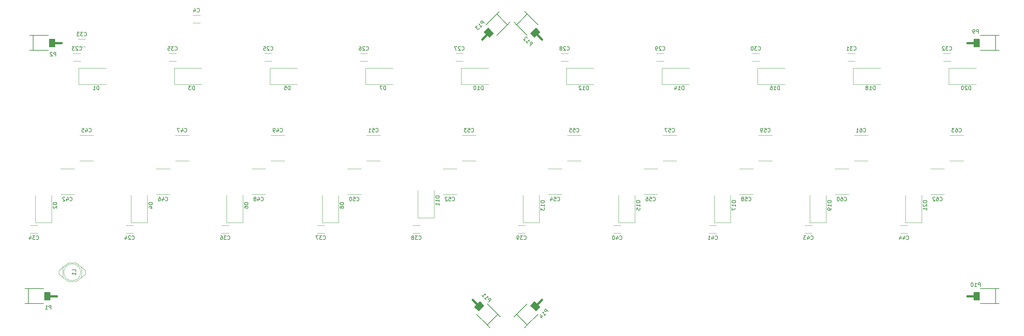
<source format=gbr>
G04 #@! TF.FileFunction,Legend,Bot*
%FSLAX46Y46*%
G04 Gerber Fmt 4.6, Leading zero omitted, Abs format (unit mm)*
G04 Created by KiCad (PCBNEW 4.0.5) date 02/01/17 10:47:15*
%MOMM*%
%LPD*%
G01*
G04 APERTURE LIST*
%ADD10C,0.600000*%
%ADD11C,0.100000*%
%ADD12C,0.120000*%
%ADD13C,0.300000*%
%ADD14C,0.200000*%
%ADD15C,0.150000*%
G04 APERTURE END LIST*
D10*
D11*
X34330000Y-110260000D02*
X34330000Y-113260000D01*
X39330000Y-110260000D02*
X39330000Y-112760000D01*
X39330000Y-112760000D02*
X39330000Y-113260000D01*
X37830000Y-114260000D02*
X40330000Y-112260000D01*
X40330000Y-112260000D02*
X40330000Y-111260000D01*
X40330000Y-111260000D02*
X37830000Y-109260000D01*
X37830000Y-109260000D02*
X35830000Y-109260000D01*
X35830000Y-109260000D02*
X33330000Y-111260000D01*
X33330000Y-111260000D02*
X33330000Y-112260000D01*
X33330000Y-112260000D02*
X35830000Y-114260000D01*
X35830000Y-114260000D02*
X37830000Y-114260000D01*
X39066068Y-111760000D02*
G75*
G03X39066068Y-111760000I-2236068J0D01*
G01*
D12*
X38580000Y-61840000D02*
X38580000Y-57540000D01*
X38580000Y-57540000D02*
X45880000Y-57540000D01*
X38580000Y-61840000D02*
X45880000Y-61840000D01*
X31360000Y-98580000D02*
X27060000Y-98580000D01*
X27060000Y-98580000D02*
X27060000Y-91280000D01*
X31360000Y-98580000D02*
X31360000Y-91280000D01*
X63980000Y-61840000D02*
X63980000Y-57540000D01*
X63980000Y-57540000D02*
X71280000Y-57540000D01*
X63980000Y-61840000D02*
X71280000Y-61840000D01*
X56760000Y-98580000D02*
X52460000Y-98580000D01*
X52460000Y-98580000D02*
X52460000Y-91280000D01*
X56760000Y-98580000D02*
X56760000Y-91280000D01*
X89380000Y-61840000D02*
X89380000Y-57540000D01*
X89380000Y-57540000D02*
X96680000Y-57540000D01*
X89380000Y-61840000D02*
X96680000Y-61840000D01*
X82160000Y-98580000D02*
X77860000Y-98580000D01*
X77860000Y-98580000D02*
X77860000Y-91280000D01*
X82160000Y-98580000D02*
X82160000Y-91280000D01*
X114780000Y-61840000D02*
X114780000Y-57540000D01*
X114780000Y-57540000D02*
X122080000Y-57540000D01*
X114780000Y-61840000D02*
X122080000Y-61840000D01*
X107560000Y-98580000D02*
X103260000Y-98580000D01*
X103260000Y-98580000D02*
X103260000Y-91280000D01*
X107560000Y-98580000D02*
X107560000Y-91280000D01*
X140180000Y-61840000D02*
X140180000Y-57540000D01*
X140180000Y-57540000D02*
X147480000Y-57540000D01*
X140180000Y-61840000D02*
X147480000Y-61840000D01*
X132960000Y-97310000D02*
X128660000Y-97310000D01*
X128660000Y-97310000D02*
X128660000Y-90010000D01*
X132960000Y-97310000D02*
X132960000Y-90010000D01*
X168120000Y-61840000D02*
X168120000Y-57540000D01*
X168120000Y-57540000D02*
X175420000Y-57540000D01*
X168120000Y-61840000D02*
X175420000Y-61840000D01*
X160900000Y-98580000D02*
X156600000Y-98580000D01*
X156600000Y-98580000D02*
X156600000Y-91280000D01*
X160900000Y-98580000D02*
X160900000Y-91280000D01*
X193520000Y-61840000D02*
X193520000Y-57540000D01*
X193520000Y-57540000D02*
X200820000Y-57540000D01*
X193520000Y-61840000D02*
X200820000Y-61840000D01*
X186300000Y-98580000D02*
X182000000Y-98580000D01*
X182000000Y-98580000D02*
X182000000Y-91280000D01*
X186300000Y-98580000D02*
X186300000Y-91280000D01*
X218920000Y-61840000D02*
X218920000Y-57540000D01*
X218920000Y-57540000D02*
X226220000Y-57540000D01*
X218920000Y-61840000D02*
X226220000Y-61840000D01*
X211700000Y-98580000D02*
X207400000Y-98580000D01*
X207400000Y-98580000D02*
X207400000Y-91280000D01*
X211700000Y-98580000D02*
X211700000Y-91280000D01*
X244320000Y-61840000D02*
X244320000Y-57540000D01*
X244320000Y-57540000D02*
X251620000Y-57540000D01*
X244320000Y-61840000D02*
X251620000Y-61840000D01*
X237100000Y-98580000D02*
X232800000Y-98580000D01*
X232800000Y-98580000D02*
X232800000Y-91280000D01*
X237100000Y-98580000D02*
X237100000Y-91280000D01*
X269720000Y-61840000D02*
X269720000Y-57540000D01*
X269720000Y-57540000D02*
X277020000Y-57540000D01*
X269720000Y-61840000D02*
X277020000Y-61840000D01*
X262500000Y-98580000D02*
X258200000Y-98580000D01*
X258200000Y-98580000D02*
X258200000Y-91280000D01*
X262500000Y-98580000D02*
X262500000Y-91280000D01*
D13*
X30780000Y-117210000D02*
X30780000Y-118910000D01*
X30780000Y-118910000D02*
X29680000Y-118910000D01*
X29680000Y-118910000D02*
X29680000Y-117310000D01*
X29680000Y-117310000D02*
X30580000Y-117310000D01*
X30580000Y-117310000D02*
X30580000Y-118710000D01*
X30580000Y-118710000D02*
X29880000Y-118710000D01*
X29880000Y-118710000D02*
X29880000Y-117510000D01*
X29880000Y-117510000D02*
X30380000Y-117510000D01*
X30380000Y-117510000D02*
X30380000Y-118510000D01*
X30380000Y-118510000D02*
X30080000Y-118510000D01*
X30080000Y-118510000D02*
X30080000Y-117810000D01*
X30080000Y-117810000D02*
X30280000Y-117810000D01*
X30730000Y-118110000D02*
X29730000Y-118110000D01*
D10*
X30980000Y-118110000D02*
X32730000Y-118110000D01*
D14*
X25230000Y-120110000D02*
X24230000Y-120110000D01*
X25230000Y-116110000D02*
X24230000Y-116110000D01*
X29230000Y-116110000D02*
X25230000Y-116110000D01*
X25230000Y-116110000D02*
X25230000Y-120110000D01*
X25230000Y-120110000D02*
X29230000Y-120110000D01*
X30980000Y-119110000D02*
X30980000Y-117110000D01*
X30980000Y-117110000D02*
X29480000Y-117110000D01*
X29480000Y-117110000D02*
X29480000Y-119110000D01*
X29480000Y-119110000D02*
X30980000Y-119110000D01*
D13*
X32050000Y-49900000D02*
X32050000Y-51600000D01*
X32050000Y-51600000D02*
X30950000Y-51600000D01*
X30950000Y-51600000D02*
X30950000Y-50000000D01*
X30950000Y-50000000D02*
X31850000Y-50000000D01*
X31850000Y-50000000D02*
X31850000Y-51400000D01*
X31850000Y-51400000D02*
X31150000Y-51400000D01*
X31150000Y-51400000D02*
X31150000Y-50200000D01*
X31150000Y-50200000D02*
X31650000Y-50200000D01*
X31650000Y-50200000D02*
X31650000Y-51200000D01*
X31650000Y-51200000D02*
X31350000Y-51200000D01*
X31350000Y-51200000D02*
X31350000Y-50500000D01*
X31350000Y-50500000D02*
X31550000Y-50500000D01*
X32000000Y-50800000D02*
X31000000Y-50800000D01*
D10*
X32250000Y-50800000D02*
X34000000Y-50800000D01*
D14*
X26500000Y-52800000D02*
X25500000Y-52800000D01*
X26500000Y-48800000D02*
X25500000Y-48800000D01*
X30500000Y-48800000D02*
X26500000Y-48800000D01*
X26500000Y-48800000D02*
X26500000Y-52800000D01*
X26500000Y-52800000D02*
X30500000Y-52800000D01*
X32250000Y-51800000D02*
X32250000Y-49800000D01*
X32250000Y-49800000D02*
X30750000Y-49800000D01*
X30750000Y-49800000D02*
X30750000Y-51800000D01*
X30750000Y-51800000D02*
X32250000Y-51800000D01*
D13*
X276560000Y-51700000D02*
X276560000Y-50000000D01*
X276560000Y-50000000D02*
X277660000Y-50000000D01*
X277660000Y-50000000D02*
X277660000Y-51600000D01*
X277660000Y-51600000D02*
X276760000Y-51600000D01*
X276760000Y-51600000D02*
X276760000Y-50200000D01*
X276760000Y-50200000D02*
X277460000Y-50200000D01*
X277460000Y-50200000D02*
X277460000Y-51400000D01*
X277460000Y-51400000D02*
X276960000Y-51400000D01*
X276960000Y-51400000D02*
X276960000Y-50400000D01*
X276960000Y-50400000D02*
X277260000Y-50400000D01*
X277260000Y-50400000D02*
X277260000Y-51100000D01*
X277260000Y-51100000D02*
X277060000Y-51100000D01*
X276610000Y-50800000D02*
X277610000Y-50800000D01*
D10*
X276360000Y-50800000D02*
X274610000Y-50800000D01*
D14*
X282110000Y-48800000D02*
X283110000Y-48800000D01*
X282110000Y-52800000D02*
X283110000Y-52800000D01*
X278110000Y-52800000D02*
X282110000Y-52800000D01*
X282110000Y-52800000D02*
X282110000Y-48800000D01*
X282110000Y-48800000D02*
X278110000Y-48800000D01*
X276360000Y-49800000D02*
X276360000Y-51800000D01*
X276360000Y-51800000D02*
X277860000Y-51800000D01*
X277860000Y-51800000D02*
X277860000Y-49800000D01*
X277860000Y-49800000D02*
X276360000Y-49800000D01*
D13*
X276560000Y-119010000D02*
X276560000Y-117310000D01*
X276560000Y-117310000D02*
X277660000Y-117310000D01*
X277660000Y-117310000D02*
X277660000Y-118910000D01*
X277660000Y-118910000D02*
X276760000Y-118910000D01*
X276760000Y-118910000D02*
X276760000Y-117510000D01*
X276760000Y-117510000D02*
X277460000Y-117510000D01*
X277460000Y-117510000D02*
X277460000Y-118710000D01*
X277460000Y-118710000D02*
X276960000Y-118710000D01*
X276960000Y-118710000D02*
X276960000Y-117710000D01*
X276960000Y-117710000D02*
X277260000Y-117710000D01*
X277260000Y-117710000D02*
X277260000Y-118410000D01*
X277260000Y-118410000D02*
X277060000Y-118410000D01*
X276610000Y-118110000D02*
X277610000Y-118110000D01*
D10*
X276360000Y-118110000D02*
X274610000Y-118110000D01*
D14*
X282110000Y-116110000D02*
X283110000Y-116110000D01*
X282110000Y-120110000D02*
X283110000Y-120110000D01*
X278110000Y-120110000D02*
X282110000Y-120110000D01*
X282110000Y-120110000D02*
X282110000Y-116110000D01*
X282110000Y-116110000D02*
X278110000Y-116110000D01*
X276360000Y-117110000D02*
X276360000Y-119110000D01*
X276360000Y-119110000D02*
X277860000Y-119110000D01*
X277860000Y-119110000D02*
X277860000Y-117110000D01*
X277860000Y-117110000D02*
X276360000Y-117110000D01*
D13*
X143931472Y-121074264D02*
X145133553Y-119872183D01*
X145133553Y-119872183D02*
X145911371Y-120650000D01*
X145911371Y-120650000D02*
X144780000Y-121781371D01*
X144780000Y-121781371D02*
X144143604Y-121144975D01*
X144143604Y-121144975D02*
X145133553Y-120155025D01*
X145133553Y-120155025D02*
X145628528Y-120650000D01*
X145628528Y-120650000D02*
X144780000Y-121498528D01*
X144780000Y-121498528D02*
X144426447Y-121144975D01*
X144426447Y-121144975D02*
X145133553Y-120437868D01*
X145133553Y-120437868D02*
X145345685Y-120650000D01*
X145345685Y-120650000D02*
X144850711Y-121144975D01*
X144850711Y-121144975D02*
X144709289Y-121003553D01*
X144603223Y-120473223D02*
X145310330Y-121180330D01*
D10*
X144426447Y-120296447D02*
X143189010Y-119059010D01*
D14*
X149906524Y-122948097D02*
X150613631Y-123655204D01*
X147078097Y-125776524D02*
X147785204Y-126483631D01*
X144249670Y-122948097D02*
X147078097Y-125776524D01*
X147078097Y-125776524D02*
X149906524Y-122948097D01*
X149906524Y-122948097D02*
X147078097Y-120119670D01*
X145133553Y-119589340D02*
X143719340Y-121003553D01*
X143719340Y-121003553D02*
X144780000Y-122064214D01*
X144780000Y-122064214D02*
X146194214Y-120650000D01*
X146194214Y-120650000D02*
X145133553Y-119589340D01*
D13*
X160868528Y-47835736D02*
X159666447Y-49037817D01*
X159666447Y-49037817D02*
X158888629Y-48260000D01*
X158888629Y-48260000D02*
X160020000Y-47128629D01*
X160020000Y-47128629D02*
X160656396Y-47765025D01*
X160656396Y-47765025D02*
X159666447Y-48754975D01*
X159666447Y-48754975D02*
X159171472Y-48260000D01*
X159171472Y-48260000D02*
X160020000Y-47411472D01*
X160020000Y-47411472D02*
X160373553Y-47765025D01*
X160373553Y-47765025D02*
X159666447Y-48472132D01*
X159666447Y-48472132D02*
X159454315Y-48260000D01*
X159454315Y-48260000D02*
X159949289Y-47765025D01*
X159949289Y-47765025D02*
X160090711Y-47906447D01*
X160196777Y-48436777D02*
X159489670Y-47729670D01*
D10*
X160373553Y-48613553D02*
X161610990Y-49850990D01*
D14*
X154893476Y-45961903D02*
X154186369Y-45254796D01*
X157721903Y-43133476D02*
X157014796Y-42426369D01*
X160550330Y-45961903D02*
X157721903Y-43133476D01*
X157721903Y-43133476D02*
X154893476Y-45961903D01*
X154893476Y-45961903D02*
X157721903Y-48790330D01*
X159666447Y-49320660D02*
X161080660Y-47906447D01*
X161080660Y-47906447D02*
X160020000Y-46845786D01*
X160020000Y-46845786D02*
X158605786Y-48260000D01*
X158605786Y-48260000D02*
X159666447Y-49320660D01*
D13*
X147744264Y-49108528D02*
X146542183Y-47906447D01*
X146542183Y-47906447D02*
X147320000Y-47128629D01*
X147320000Y-47128629D02*
X148451371Y-48260000D01*
X148451371Y-48260000D02*
X147814975Y-48896396D01*
X147814975Y-48896396D02*
X146825025Y-47906447D01*
X146825025Y-47906447D02*
X147320000Y-47411472D01*
X147320000Y-47411472D02*
X148168528Y-48260000D01*
X148168528Y-48260000D02*
X147814975Y-48613553D01*
X147814975Y-48613553D02*
X147107868Y-47906447D01*
X147107868Y-47906447D02*
X147320000Y-47694315D01*
X147320000Y-47694315D02*
X147814975Y-48189289D01*
X147814975Y-48189289D02*
X147673553Y-48330711D01*
X147143223Y-48436777D02*
X147850330Y-47729670D01*
D10*
X146966447Y-48613553D02*
X145729010Y-49850990D01*
D14*
X149618097Y-43133476D02*
X150325204Y-42426369D01*
X152446524Y-45961903D02*
X153153631Y-45254796D01*
X149618097Y-48790330D02*
X152446524Y-45961903D01*
X152446524Y-45961903D02*
X149618097Y-43133476D01*
X149618097Y-43133476D02*
X146789670Y-45961903D01*
X146259340Y-47906447D02*
X147673553Y-49320660D01*
X147673553Y-49320660D02*
X148734214Y-48260000D01*
X148734214Y-48260000D02*
X147320000Y-46845786D01*
X147320000Y-46845786D02*
X146259340Y-47906447D01*
D13*
X159595736Y-119801472D02*
X160797817Y-121003553D01*
X160797817Y-121003553D02*
X160020000Y-121781371D01*
X160020000Y-121781371D02*
X158888629Y-120650000D01*
X158888629Y-120650000D02*
X159525025Y-120013604D01*
X159525025Y-120013604D02*
X160514975Y-121003553D01*
X160514975Y-121003553D02*
X160020000Y-121498528D01*
X160020000Y-121498528D02*
X159171472Y-120650000D01*
X159171472Y-120650000D02*
X159525025Y-120296447D01*
X159525025Y-120296447D02*
X160232132Y-121003553D01*
X160232132Y-121003553D02*
X160020000Y-121215685D01*
X160020000Y-121215685D02*
X159525025Y-120720711D01*
X159525025Y-120720711D02*
X159666447Y-120579289D01*
X160196777Y-120473223D02*
X159489670Y-121180330D01*
D10*
X160373553Y-120296447D02*
X161610990Y-119059010D01*
D14*
X157721903Y-125776524D02*
X157014796Y-126483631D01*
X154893476Y-122948097D02*
X154186369Y-123655204D01*
X157721903Y-120119670D02*
X154893476Y-122948097D01*
X154893476Y-122948097D02*
X157721903Y-125776524D01*
X157721903Y-125776524D02*
X160550330Y-122948097D01*
X161080660Y-121003553D02*
X159666447Y-119589340D01*
X159666447Y-119589340D02*
X158605786Y-120650000D01*
X158605786Y-120650000D02*
X160020000Y-122064214D01*
X160020000Y-122064214D02*
X161080660Y-121003553D01*
D12*
X37360000Y-91030000D02*
X33760000Y-91030000D01*
X33760000Y-84230000D02*
X37360000Y-84230000D01*
X38840000Y-75340000D02*
X42440000Y-75340000D01*
X42440000Y-82140000D02*
X38840000Y-82140000D01*
X62760000Y-91030000D02*
X59160000Y-91030000D01*
X59160000Y-84230000D02*
X62760000Y-84230000D01*
X64240000Y-75340000D02*
X67840000Y-75340000D01*
X67840000Y-82140000D02*
X64240000Y-82140000D01*
X88160000Y-91030000D02*
X84560000Y-91030000D01*
X84560000Y-84230000D02*
X88160000Y-84230000D01*
X89640000Y-75340000D02*
X93240000Y-75340000D01*
X93240000Y-82140000D02*
X89640000Y-82140000D01*
X113560000Y-91030000D02*
X109960000Y-91030000D01*
X109960000Y-84230000D02*
X113560000Y-84230000D01*
X115040000Y-75340000D02*
X118640000Y-75340000D01*
X118640000Y-82140000D02*
X115040000Y-82140000D01*
X138960000Y-91030000D02*
X135360000Y-91030000D01*
X135360000Y-84230000D02*
X138960000Y-84230000D01*
X140440000Y-75340000D02*
X144040000Y-75340000D01*
X144040000Y-82140000D02*
X140440000Y-82140000D01*
X166900000Y-91030000D02*
X163300000Y-91030000D01*
X163300000Y-84230000D02*
X166900000Y-84230000D01*
X168380000Y-75340000D02*
X171980000Y-75340000D01*
X171980000Y-82140000D02*
X168380000Y-82140000D01*
X192300000Y-91030000D02*
X188700000Y-91030000D01*
X188700000Y-84230000D02*
X192300000Y-84230000D01*
X193780000Y-75340000D02*
X197380000Y-75340000D01*
X197380000Y-82140000D02*
X193780000Y-82140000D01*
X217700000Y-91030000D02*
X214100000Y-91030000D01*
X214100000Y-84230000D02*
X217700000Y-84230000D01*
X219180000Y-75340000D02*
X222780000Y-75340000D01*
X222780000Y-82140000D02*
X219180000Y-82140000D01*
X243100000Y-91030000D02*
X239500000Y-91030000D01*
X239500000Y-84230000D02*
X243100000Y-84230000D01*
X244580000Y-75340000D02*
X248180000Y-75340000D01*
X248180000Y-82140000D02*
X244580000Y-82140000D01*
X268500000Y-91030000D02*
X264900000Y-91030000D01*
X264900000Y-84230000D02*
X268500000Y-84230000D01*
X269980000Y-75340000D02*
X273580000Y-75340000D01*
X273580000Y-82140000D02*
X269980000Y-82140000D01*
X37100000Y-53585000D02*
X39100000Y-53585000D01*
X39100000Y-55635000D02*
X37100000Y-55635000D01*
X53070000Y-101355000D02*
X51070000Y-101355000D01*
X51070000Y-99305000D02*
X53070000Y-99305000D01*
X87900000Y-53585000D02*
X89900000Y-53585000D01*
X89900000Y-55635000D02*
X87900000Y-55635000D01*
X113300000Y-53585000D02*
X115300000Y-53585000D01*
X115300000Y-55635000D02*
X113300000Y-55635000D01*
X138700000Y-53585000D02*
X140700000Y-53585000D01*
X140700000Y-55635000D02*
X138700000Y-55635000D01*
X166640000Y-53585000D02*
X168640000Y-53585000D01*
X168640000Y-55635000D02*
X166640000Y-55635000D01*
X192040000Y-53585000D02*
X194040000Y-53585000D01*
X194040000Y-55635000D02*
X192040000Y-55635000D01*
X217440000Y-53585000D02*
X219440000Y-53585000D01*
X219440000Y-55635000D02*
X217440000Y-55635000D01*
X242840000Y-53585000D02*
X244840000Y-53585000D01*
X244840000Y-55635000D02*
X242840000Y-55635000D01*
X268240000Y-53585000D02*
X270240000Y-53585000D01*
X270240000Y-55635000D02*
X268240000Y-55635000D01*
X38370000Y-49775000D02*
X40370000Y-49775000D01*
X40370000Y-51825000D02*
X38370000Y-51825000D01*
X27670000Y-101355000D02*
X25670000Y-101355000D01*
X25670000Y-99305000D02*
X27670000Y-99305000D01*
X62500000Y-53585000D02*
X64500000Y-53585000D01*
X64500000Y-55635000D02*
X62500000Y-55635000D01*
X78470000Y-101355000D02*
X76470000Y-101355000D01*
X76470000Y-99305000D02*
X78470000Y-99305000D01*
X103870000Y-101355000D02*
X101870000Y-101355000D01*
X101870000Y-99305000D02*
X103870000Y-99305000D01*
X129270000Y-101355000D02*
X127270000Y-101355000D01*
X127270000Y-99305000D02*
X129270000Y-99305000D01*
X157210000Y-101355000D02*
X155210000Y-101355000D01*
X155210000Y-99305000D02*
X157210000Y-99305000D01*
X182610000Y-101355000D02*
X180610000Y-101355000D01*
X180610000Y-99305000D02*
X182610000Y-99305000D01*
X208010000Y-101355000D02*
X206010000Y-101355000D01*
X206010000Y-99305000D02*
X208010000Y-99305000D01*
X233410000Y-101355000D02*
X231410000Y-101355000D01*
X231410000Y-99305000D02*
X233410000Y-99305000D01*
X258810000Y-101355000D02*
X256810000Y-101355000D01*
X256810000Y-99305000D02*
X258810000Y-99305000D01*
X68850000Y-43425000D02*
X70850000Y-43425000D01*
X70850000Y-45475000D02*
X68850000Y-45475000D01*
D15*
X37782381Y-111593334D02*
X37782381Y-111117143D01*
X36782381Y-111117143D01*
X37782381Y-112450477D02*
X37782381Y-111879048D01*
X37782381Y-112164762D02*
X36782381Y-112164762D01*
X36925238Y-112069524D01*
X37020476Y-111974286D01*
X37068095Y-111879048D01*
X43918095Y-63242381D02*
X43918095Y-62242381D01*
X43680000Y-62242381D01*
X43537142Y-62290000D01*
X43441904Y-62385238D01*
X43394285Y-62480476D01*
X43346666Y-62670952D01*
X43346666Y-62813810D01*
X43394285Y-63004286D01*
X43441904Y-63099524D01*
X43537142Y-63194762D01*
X43680000Y-63242381D01*
X43918095Y-63242381D01*
X42394285Y-63242381D02*
X42965714Y-63242381D01*
X42680000Y-63242381D02*
X42680000Y-62242381D01*
X42775238Y-62385238D01*
X42870476Y-62480476D01*
X42965714Y-62528095D01*
X32762381Y-93241905D02*
X31762381Y-93241905D01*
X31762381Y-93480000D01*
X31810000Y-93622858D01*
X31905238Y-93718096D01*
X32000476Y-93765715D01*
X32190952Y-93813334D01*
X32333810Y-93813334D01*
X32524286Y-93765715D01*
X32619524Y-93718096D01*
X32714762Y-93622858D01*
X32762381Y-93480000D01*
X32762381Y-93241905D01*
X31857619Y-94194286D02*
X31810000Y-94241905D01*
X31762381Y-94337143D01*
X31762381Y-94575239D01*
X31810000Y-94670477D01*
X31857619Y-94718096D01*
X31952857Y-94765715D01*
X32048095Y-94765715D01*
X32190952Y-94718096D01*
X32762381Y-94146667D01*
X32762381Y-94765715D01*
X69318095Y-63242381D02*
X69318095Y-62242381D01*
X69080000Y-62242381D01*
X68937142Y-62290000D01*
X68841904Y-62385238D01*
X68794285Y-62480476D01*
X68746666Y-62670952D01*
X68746666Y-62813810D01*
X68794285Y-63004286D01*
X68841904Y-63099524D01*
X68937142Y-63194762D01*
X69080000Y-63242381D01*
X69318095Y-63242381D01*
X68413333Y-62242381D02*
X67794285Y-62242381D01*
X68127619Y-62623333D01*
X67984761Y-62623333D01*
X67889523Y-62670952D01*
X67841904Y-62718571D01*
X67794285Y-62813810D01*
X67794285Y-63051905D01*
X67841904Y-63147143D01*
X67889523Y-63194762D01*
X67984761Y-63242381D01*
X68270476Y-63242381D01*
X68365714Y-63194762D01*
X68413333Y-63147143D01*
X58162381Y-93241905D02*
X57162381Y-93241905D01*
X57162381Y-93480000D01*
X57210000Y-93622858D01*
X57305238Y-93718096D01*
X57400476Y-93765715D01*
X57590952Y-93813334D01*
X57733810Y-93813334D01*
X57924286Y-93765715D01*
X58019524Y-93718096D01*
X58114762Y-93622858D01*
X58162381Y-93480000D01*
X58162381Y-93241905D01*
X57495714Y-94670477D02*
X58162381Y-94670477D01*
X57114762Y-94432381D02*
X57829048Y-94194286D01*
X57829048Y-94813334D01*
X94718095Y-63242381D02*
X94718095Y-62242381D01*
X94480000Y-62242381D01*
X94337142Y-62290000D01*
X94241904Y-62385238D01*
X94194285Y-62480476D01*
X94146666Y-62670952D01*
X94146666Y-62813810D01*
X94194285Y-63004286D01*
X94241904Y-63099524D01*
X94337142Y-63194762D01*
X94480000Y-63242381D01*
X94718095Y-63242381D01*
X93241904Y-62242381D02*
X93718095Y-62242381D01*
X93765714Y-62718571D01*
X93718095Y-62670952D01*
X93622857Y-62623333D01*
X93384761Y-62623333D01*
X93289523Y-62670952D01*
X93241904Y-62718571D01*
X93194285Y-62813810D01*
X93194285Y-63051905D01*
X93241904Y-63147143D01*
X93289523Y-63194762D01*
X93384761Y-63242381D01*
X93622857Y-63242381D01*
X93718095Y-63194762D01*
X93765714Y-63147143D01*
X83562381Y-93241905D02*
X82562381Y-93241905D01*
X82562381Y-93480000D01*
X82610000Y-93622858D01*
X82705238Y-93718096D01*
X82800476Y-93765715D01*
X82990952Y-93813334D01*
X83133810Y-93813334D01*
X83324286Y-93765715D01*
X83419524Y-93718096D01*
X83514762Y-93622858D01*
X83562381Y-93480000D01*
X83562381Y-93241905D01*
X82562381Y-94670477D02*
X82562381Y-94480000D01*
X82610000Y-94384762D01*
X82657619Y-94337143D01*
X82800476Y-94241905D01*
X82990952Y-94194286D01*
X83371905Y-94194286D01*
X83467143Y-94241905D01*
X83514762Y-94289524D01*
X83562381Y-94384762D01*
X83562381Y-94575239D01*
X83514762Y-94670477D01*
X83467143Y-94718096D01*
X83371905Y-94765715D01*
X83133810Y-94765715D01*
X83038571Y-94718096D01*
X82990952Y-94670477D01*
X82943333Y-94575239D01*
X82943333Y-94384762D01*
X82990952Y-94289524D01*
X83038571Y-94241905D01*
X83133810Y-94194286D01*
X120118095Y-63242381D02*
X120118095Y-62242381D01*
X119880000Y-62242381D01*
X119737142Y-62290000D01*
X119641904Y-62385238D01*
X119594285Y-62480476D01*
X119546666Y-62670952D01*
X119546666Y-62813810D01*
X119594285Y-63004286D01*
X119641904Y-63099524D01*
X119737142Y-63194762D01*
X119880000Y-63242381D01*
X120118095Y-63242381D01*
X119213333Y-62242381D02*
X118546666Y-62242381D01*
X118975238Y-63242381D01*
X108962381Y-93241905D02*
X107962381Y-93241905D01*
X107962381Y-93480000D01*
X108010000Y-93622858D01*
X108105238Y-93718096D01*
X108200476Y-93765715D01*
X108390952Y-93813334D01*
X108533810Y-93813334D01*
X108724286Y-93765715D01*
X108819524Y-93718096D01*
X108914762Y-93622858D01*
X108962381Y-93480000D01*
X108962381Y-93241905D01*
X108390952Y-94384762D02*
X108343333Y-94289524D01*
X108295714Y-94241905D01*
X108200476Y-94194286D01*
X108152857Y-94194286D01*
X108057619Y-94241905D01*
X108010000Y-94289524D01*
X107962381Y-94384762D01*
X107962381Y-94575239D01*
X108010000Y-94670477D01*
X108057619Y-94718096D01*
X108152857Y-94765715D01*
X108200476Y-94765715D01*
X108295714Y-94718096D01*
X108343333Y-94670477D01*
X108390952Y-94575239D01*
X108390952Y-94384762D01*
X108438571Y-94289524D01*
X108486190Y-94241905D01*
X108581429Y-94194286D01*
X108771905Y-94194286D01*
X108867143Y-94241905D01*
X108914762Y-94289524D01*
X108962381Y-94384762D01*
X108962381Y-94575239D01*
X108914762Y-94670477D01*
X108867143Y-94718096D01*
X108771905Y-94765715D01*
X108581429Y-94765715D01*
X108486190Y-94718096D01*
X108438571Y-94670477D01*
X108390952Y-94575239D01*
X145994286Y-63242381D02*
X145994286Y-62242381D01*
X145756191Y-62242381D01*
X145613333Y-62290000D01*
X145518095Y-62385238D01*
X145470476Y-62480476D01*
X145422857Y-62670952D01*
X145422857Y-62813810D01*
X145470476Y-63004286D01*
X145518095Y-63099524D01*
X145613333Y-63194762D01*
X145756191Y-63242381D01*
X145994286Y-63242381D01*
X144470476Y-63242381D02*
X145041905Y-63242381D01*
X144756191Y-63242381D02*
X144756191Y-62242381D01*
X144851429Y-62385238D01*
X144946667Y-62480476D01*
X145041905Y-62528095D01*
X143851429Y-62242381D02*
X143756190Y-62242381D01*
X143660952Y-62290000D01*
X143613333Y-62337619D01*
X143565714Y-62432857D01*
X143518095Y-62623333D01*
X143518095Y-62861429D01*
X143565714Y-63051905D01*
X143613333Y-63147143D01*
X143660952Y-63194762D01*
X143756190Y-63242381D01*
X143851429Y-63242381D01*
X143946667Y-63194762D01*
X143994286Y-63147143D01*
X144041905Y-63051905D01*
X144089524Y-62861429D01*
X144089524Y-62623333D01*
X144041905Y-62432857D01*
X143994286Y-62337619D01*
X143946667Y-62290000D01*
X143851429Y-62242381D01*
X134362381Y-91495714D02*
X133362381Y-91495714D01*
X133362381Y-91733809D01*
X133410000Y-91876667D01*
X133505238Y-91971905D01*
X133600476Y-92019524D01*
X133790952Y-92067143D01*
X133933810Y-92067143D01*
X134124286Y-92019524D01*
X134219524Y-91971905D01*
X134314762Y-91876667D01*
X134362381Y-91733809D01*
X134362381Y-91495714D01*
X134362381Y-93019524D02*
X134362381Y-92448095D01*
X134362381Y-92733809D02*
X133362381Y-92733809D01*
X133505238Y-92638571D01*
X133600476Y-92543333D01*
X133648095Y-92448095D01*
X134362381Y-93971905D02*
X134362381Y-93400476D01*
X134362381Y-93686190D02*
X133362381Y-93686190D01*
X133505238Y-93590952D01*
X133600476Y-93495714D01*
X133648095Y-93400476D01*
X173934286Y-63242381D02*
X173934286Y-62242381D01*
X173696191Y-62242381D01*
X173553333Y-62290000D01*
X173458095Y-62385238D01*
X173410476Y-62480476D01*
X173362857Y-62670952D01*
X173362857Y-62813810D01*
X173410476Y-63004286D01*
X173458095Y-63099524D01*
X173553333Y-63194762D01*
X173696191Y-63242381D01*
X173934286Y-63242381D01*
X172410476Y-63242381D02*
X172981905Y-63242381D01*
X172696191Y-63242381D02*
X172696191Y-62242381D01*
X172791429Y-62385238D01*
X172886667Y-62480476D01*
X172981905Y-62528095D01*
X172029524Y-62337619D02*
X171981905Y-62290000D01*
X171886667Y-62242381D01*
X171648571Y-62242381D01*
X171553333Y-62290000D01*
X171505714Y-62337619D01*
X171458095Y-62432857D01*
X171458095Y-62528095D01*
X171505714Y-62670952D01*
X172077143Y-63242381D01*
X171458095Y-63242381D01*
X162302381Y-92765714D02*
X161302381Y-92765714D01*
X161302381Y-93003809D01*
X161350000Y-93146667D01*
X161445238Y-93241905D01*
X161540476Y-93289524D01*
X161730952Y-93337143D01*
X161873810Y-93337143D01*
X162064286Y-93289524D01*
X162159524Y-93241905D01*
X162254762Y-93146667D01*
X162302381Y-93003809D01*
X162302381Y-92765714D01*
X162302381Y-94289524D02*
X162302381Y-93718095D01*
X162302381Y-94003809D02*
X161302381Y-94003809D01*
X161445238Y-93908571D01*
X161540476Y-93813333D01*
X161588095Y-93718095D01*
X161302381Y-94622857D02*
X161302381Y-95241905D01*
X161683333Y-94908571D01*
X161683333Y-95051429D01*
X161730952Y-95146667D01*
X161778571Y-95194286D01*
X161873810Y-95241905D01*
X162111905Y-95241905D01*
X162207143Y-95194286D01*
X162254762Y-95146667D01*
X162302381Y-95051429D01*
X162302381Y-94765714D01*
X162254762Y-94670476D01*
X162207143Y-94622857D01*
X199334286Y-63242381D02*
X199334286Y-62242381D01*
X199096191Y-62242381D01*
X198953333Y-62290000D01*
X198858095Y-62385238D01*
X198810476Y-62480476D01*
X198762857Y-62670952D01*
X198762857Y-62813810D01*
X198810476Y-63004286D01*
X198858095Y-63099524D01*
X198953333Y-63194762D01*
X199096191Y-63242381D01*
X199334286Y-63242381D01*
X197810476Y-63242381D02*
X198381905Y-63242381D01*
X198096191Y-63242381D02*
X198096191Y-62242381D01*
X198191429Y-62385238D01*
X198286667Y-62480476D01*
X198381905Y-62528095D01*
X196953333Y-62575714D02*
X196953333Y-63242381D01*
X197191429Y-62194762D02*
X197429524Y-62909048D01*
X196810476Y-62909048D01*
X187702381Y-92765714D02*
X186702381Y-92765714D01*
X186702381Y-93003809D01*
X186750000Y-93146667D01*
X186845238Y-93241905D01*
X186940476Y-93289524D01*
X187130952Y-93337143D01*
X187273810Y-93337143D01*
X187464286Y-93289524D01*
X187559524Y-93241905D01*
X187654762Y-93146667D01*
X187702381Y-93003809D01*
X187702381Y-92765714D01*
X187702381Y-94289524D02*
X187702381Y-93718095D01*
X187702381Y-94003809D02*
X186702381Y-94003809D01*
X186845238Y-93908571D01*
X186940476Y-93813333D01*
X186988095Y-93718095D01*
X186702381Y-95194286D02*
X186702381Y-94718095D01*
X187178571Y-94670476D01*
X187130952Y-94718095D01*
X187083333Y-94813333D01*
X187083333Y-95051429D01*
X187130952Y-95146667D01*
X187178571Y-95194286D01*
X187273810Y-95241905D01*
X187511905Y-95241905D01*
X187607143Y-95194286D01*
X187654762Y-95146667D01*
X187702381Y-95051429D01*
X187702381Y-94813333D01*
X187654762Y-94718095D01*
X187607143Y-94670476D01*
X224734286Y-63242381D02*
X224734286Y-62242381D01*
X224496191Y-62242381D01*
X224353333Y-62290000D01*
X224258095Y-62385238D01*
X224210476Y-62480476D01*
X224162857Y-62670952D01*
X224162857Y-62813810D01*
X224210476Y-63004286D01*
X224258095Y-63099524D01*
X224353333Y-63194762D01*
X224496191Y-63242381D01*
X224734286Y-63242381D01*
X223210476Y-63242381D02*
X223781905Y-63242381D01*
X223496191Y-63242381D02*
X223496191Y-62242381D01*
X223591429Y-62385238D01*
X223686667Y-62480476D01*
X223781905Y-62528095D01*
X222353333Y-62242381D02*
X222543810Y-62242381D01*
X222639048Y-62290000D01*
X222686667Y-62337619D01*
X222781905Y-62480476D01*
X222829524Y-62670952D01*
X222829524Y-63051905D01*
X222781905Y-63147143D01*
X222734286Y-63194762D01*
X222639048Y-63242381D01*
X222448571Y-63242381D01*
X222353333Y-63194762D01*
X222305714Y-63147143D01*
X222258095Y-63051905D01*
X222258095Y-62813810D01*
X222305714Y-62718571D01*
X222353333Y-62670952D01*
X222448571Y-62623333D01*
X222639048Y-62623333D01*
X222734286Y-62670952D01*
X222781905Y-62718571D01*
X222829524Y-62813810D01*
X213102381Y-92765714D02*
X212102381Y-92765714D01*
X212102381Y-93003809D01*
X212150000Y-93146667D01*
X212245238Y-93241905D01*
X212340476Y-93289524D01*
X212530952Y-93337143D01*
X212673810Y-93337143D01*
X212864286Y-93289524D01*
X212959524Y-93241905D01*
X213054762Y-93146667D01*
X213102381Y-93003809D01*
X213102381Y-92765714D01*
X213102381Y-94289524D02*
X213102381Y-93718095D01*
X213102381Y-94003809D02*
X212102381Y-94003809D01*
X212245238Y-93908571D01*
X212340476Y-93813333D01*
X212388095Y-93718095D01*
X212102381Y-94622857D02*
X212102381Y-95289524D01*
X213102381Y-94860952D01*
X250134286Y-63242381D02*
X250134286Y-62242381D01*
X249896191Y-62242381D01*
X249753333Y-62290000D01*
X249658095Y-62385238D01*
X249610476Y-62480476D01*
X249562857Y-62670952D01*
X249562857Y-62813810D01*
X249610476Y-63004286D01*
X249658095Y-63099524D01*
X249753333Y-63194762D01*
X249896191Y-63242381D01*
X250134286Y-63242381D01*
X248610476Y-63242381D02*
X249181905Y-63242381D01*
X248896191Y-63242381D02*
X248896191Y-62242381D01*
X248991429Y-62385238D01*
X249086667Y-62480476D01*
X249181905Y-62528095D01*
X248039048Y-62670952D02*
X248134286Y-62623333D01*
X248181905Y-62575714D01*
X248229524Y-62480476D01*
X248229524Y-62432857D01*
X248181905Y-62337619D01*
X248134286Y-62290000D01*
X248039048Y-62242381D01*
X247848571Y-62242381D01*
X247753333Y-62290000D01*
X247705714Y-62337619D01*
X247658095Y-62432857D01*
X247658095Y-62480476D01*
X247705714Y-62575714D01*
X247753333Y-62623333D01*
X247848571Y-62670952D01*
X248039048Y-62670952D01*
X248134286Y-62718571D01*
X248181905Y-62766190D01*
X248229524Y-62861429D01*
X248229524Y-63051905D01*
X248181905Y-63147143D01*
X248134286Y-63194762D01*
X248039048Y-63242381D01*
X247848571Y-63242381D01*
X247753333Y-63194762D01*
X247705714Y-63147143D01*
X247658095Y-63051905D01*
X247658095Y-62861429D01*
X247705714Y-62766190D01*
X247753333Y-62718571D01*
X247848571Y-62670952D01*
X238502381Y-92765714D02*
X237502381Y-92765714D01*
X237502381Y-93003809D01*
X237550000Y-93146667D01*
X237645238Y-93241905D01*
X237740476Y-93289524D01*
X237930952Y-93337143D01*
X238073810Y-93337143D01*
X238264286Y-93289524D01*
X238359524Y-93241905D01*
X238454762Y-93146667D01*
X238502381Y-93003809D01*
X238502381Y-92765714D01*
X238502381Y-94289524D02*
X238502381Y-93718095D01*
X238502381Y-94003809D02*
X237502381Y-94003809D01*
X237645238Y-93908571D01*
X237740476Y-93813333D01*
X237788095Y-93718095D01*
X238502381Y-94765714D02*
X238502381Y-94956190D01*
X238454762Y-95051429D01*
X238407143Y-95099048D01*
X238264286Y-95194286D01*
X238073810Y-95241905D01*
X237692857Y-95241905D01*
X237597619Y-95194286D01*
X237550000Y-95146667D01*
X237502381Y-95051429D01*
X237502381Y-94860952D01*
X237550000Y-94765714D01*
X237597619Y-94718095D01*
X237692857Y-94670476D01*
X237930952Y-94670476D01*
X238026190Y-94718095D01*
X238073810Y-94765714D01*
X238121429Y-94860952D01*
X238121429Y-95051429D01*
X238073810Y-95146667D01*
X238026190Y-95194286D01*
X237930952Y-95241905D01*
X275534286Y-63242381D02*
X275534286Y-62242381D01*
X275296191Y-62242381D01*
X275153333Y-62290000D01*
X275058095Y-62385238D01*
X275010476Y-62480476D01*
X274962857Y-62670952D01*
X274962857Y-62813810D01*
X275010476Y-63004286D01*
X275058095Y-63099524D01*
X275153333Y-63194762D01*
X275296191Y-63242381D01*
X275534286Y-63242381D01*
X274581905Y-62337619D02*
X274534286Y-62290000D01*
X274439048Y-62242381D01*
X274200952Y-62242381D01*
X274105714Y-62290000D01*
X274058095Y-62337619D01*
X274010476Y-62432857D01*
X274010476Y-62528095D01*
X274058095Y-62670952D01*
X274629524Y-63242381D01*
X274010476Y-63242381D01*
X273391429Y-62242381D02*
X273296190Y-62242381D01*
X273200952Y-62290000D01*
X273153333Y-62337619D01*
X273105714Y-62432857D01*
X273058095Y-62623333D01*
X273058095Y-62861429D01*
X273105714Y-63051905D01*
X273153333Y-63147143D01*
X273200952Y-63194762D01*
X273296190Y-63242381D01*
X273391429Y-63242381D01*
X273486667Y-63194762D01*
X273534286Y-63147143D01*
X273581905Y-63051905D01*
X273629524Y-62861429D01*
X273629524Y-62623333D01*
X273581905Y-62432857D01*
X273534286Y-62337619D01*
X273486667Y-62290000D01*
X273391429Y-62242381D01*
X263902381Y-92765714D02*
X262902381Y-92765714D01*
X262902381Y-93003809D01*
X262950000Y-93146667D01*
X263045238Y-93241905D01*
X263140476Y-93289524D01*
X263330952Y-93337143D01*
X263473810Y-93337143D01*
X263664286Y-93289524D01*
X263759524Y-93241905D01*
X263854762Y-93146667D01*
X263902381Y-93003809D01*
X263902381Y-92765714D01*
X262997619Y-93718095D02*
X262950000Y-93765714D01*
X262902381Y-93860952D01*
X262902381Y-94099048D01*
X262950000Y-94194286D01*
X262997619Y-94241905D01*
X263092857Y-94289524D01*
X263188095Y-94289524D01*
X263330952Y-94241905D01*
X263902381Y-93670476D01*
X263902381Y-94289524D01*
X263902381Y-95241905D02*
X263902381Y-94670476D01*
X263902381Y-94956190D02*
X262902381Y-94956190D01*
X263045238Y-94860952D01*
X263140476Y-94765714D01*
X263188095Y-94670476D01*
X31218095Y-121562381D02*
X31218095Y-120562381D01*
X30837142Y-120562381D01*
X30741904Y-120610000D01*
X30694285Y-120657619D01*
X30646666Y-120752857D01*
X30646666Y-120895714D01*
X30694285Y-120990952D01*
X30741904Y-121038571D01*
X30837142Y-121086190D01*
X31218095Y-121086190D01*
X29694285Y-121562381D02*
X30265714Y-121562381D01*
X29980000Y-121562381D02*
X29980000Y-120562381D01*
X30075238Y-120705238D01*
X30170476Y-120800476D01*
X30265714Y-120848095D01*
X32488095Y-54252381D02*
X32488095Y-53252381D01*
X32107142Y-53252381D01*
X32011904Y-53300000D01*
X31964285Y-53347619D01*
X31916666Y-53442857D01*
X31916666Y-53585714D01*
X31964285Y-53680952D01*
X32011904Y-53728571D01*
X32107142Y-53776190D01*
X32488095Y-53776190D01*
X31535714Y-53347619D02*
X31488095Y-53300000D01*
X31392857Y-53252381D01*
X31154761Y-53252381D01*
X31059523Y-53300000D01*
X31011904Y-53347619D01*
X30964285Y-53442857D01*
X30964285Y-53538095D01*
X31011904Y-53680952D01*
X31583333Y-54252381D01*
X30964285Y-54252381D01*
X277598095Y-48252381D02*
X277598095Y-47252381D01*
X277217142Y-47252381D01*
X277121904Y-47300000D01*
X277074285Y-47347619D01*
X277026666Y-47442857D01*
X277026666Y-47585714D01*
X277074285Y-47680952D01*
X277121904Y-47728571D01*
X277217142Y-47776190D01*
X277598095Y-47776190D01*
X276550476Y-48252381D02*
X276360000Y-48252381D01*
X276264761Y-48204762D01*
X276217142Y-48157143D01*
X276121904Y-48014286D01*
X276074285Y-47823810D01*
X276074285Y-47442857D01*
X276121904Y-47347619D01*
X276169523Y-47300000D01*
X276264761Y-47252381D01*
X276455238Y-47252381D01*
X276550476Y-47300000D01*
X276598095Y-47347619D01*
X276645714Y-47442857D01*
X276645714Y-47680952D01*
X276598095Y-47776190D01*
X276550476Y-47823810D01*
X276455238Y-47871429D01*
X276264761Y-47871429D01*
X276169523Y-47823810D01*
X276121904Y-47776190D01*
X276074285Y-47680952D01*
X278074286Y-115562381D02*
X278074286Y-114562381D01*
X277693333Y-114562381D01*
X277598095Y-114610000D01*
X277550476Y-114657619D01*
X277502857Y-114752857D01*
X277502857Y-114895714D01*
X277550476Y-114990952D01*
X277598095Y-115038571D01*
X277693333Y-115086190D01*
X278074286Y-115086190D01*
X276550476Y-115562381D02*
X277121905Y-115562381D01*
X276836191Y-115562381D02*
X276836191Y-114562381D01*
X276931429Y-114705238D01*
X277026667Y-114800476D01*
X277121905Y-114848095D01*
X275931429Y-114562381D02*
X275836190Y-114562381D01*
X275740952Y-114610000D01*
X275693333Y-114657619D01*
X275645714Y-114752857D01*
X275598095Y-114943333D01*
X275598095Y-115181429D01*
X275645714Y-115371905D01*
X275693333Y-115467143D01*
X275740952Y-115514762D01*
X275836190Y-115562381D01*
X275931429Y-115562381D01*
X276026667Y-115514762D01*
X276074286Y-115467143D01*
X276121905Y-115371905D01*
X276169524Y-115181429D01*
X276169524Y-114943333D01*
X276121905Y-114752857D01*
X276074286Y-114657619D01*
X276026667Y-114610000D01*
X275931429Y-114562381D01*
X147440068Y-119707192D02*
X148147175Y-119000085D01*
X147877801Y-118730710D01*
X147776785Y-118697039D01*
X147709442Y-118697039D01*
X147608427Y-118730710D01*
X147507412Y-118831725D01*
X147473740Y-118932741D01*
X147473740Y-119000084D01*
X147507412Y-119101099D01*
X147776786Y-119370474D01*
X146362572Y-118629695D02*
X146766633Y-119033756D01*
X146564603Y-118831726D02*
X147271710Y-118124619D01*
X147238038Y-118292978D01*
X147238038Y-118427665D01*
X147271710Y-118528680D01*
X145689137Y-117956260D02*
X146093198Y-118360321D01*
X145891168Y-118158291D02*
X146598275Y-117451184D01*
X146564603Y-117619543D01*
X146564603Y-117754230D01*
X146598275Y-117855245D01*
X158437428Y-51559832D02*
X159144535Y-50852725D01*
X158875161Y-50583350D01*
X158774145Y-50549679D01*
X158706802Y-50549679D01*
X158605787Y-50583350D01*
X158504772Y-50684365D01*
X158471100Y-50785381D01*
X158471100Y-50852724D01*
X158504772Y-50953739D01*
X158774146Y-51223114D01*
X157359932Y-50482335D02*
X157763993Y-50886396D01*
X157561963Y-50684366D02*
X158269070Y-49977259D01*
X158235398Y-50145618D01*
X158235398Y-50280305D01*
X158269070Y-50381320D01*
X157730321Y-49573198D02*
X157730321Y-49505855D01*
X157696650Y-49404839D01*
X157528290Y-49236480D01*
X157427275Y-49202808D01*
X157359932Y-49202808D01*
X157258917Y-49236480D01*
X157191573Y-49303824D01*
X157124230Y-49438510D01*
X157124230Y-50246633D01*
X156686497Y-49808900D01*
X146377192Y-45599932D02*
X145670085Y-44892825D01*
X145400710Y-45162199D01*
X145367039Y-45263215D01*
X145367039Y-45330558D01*
X145400710Y-45431573D01*
X145501725Y-45532588D01*
X145602741Y-45566260D01*
X145670084Y-45566260D01*
X145771099Y-45532588D01*
X146040474Y-45263214D01*
X145299695Y-46677428D02*
X145703756Y-46273367D01*
X145501726Y-46475397D02*
X144794619Y-45768290D01*
X144962978Y-45801962D01*
X145097665Y-45801962D01*
X145198680Y-45768290D01*
X144356886Y-46206023D02*
X143919153Y-46643756D01*
X144424230Y-46677427D01*
X144323214Y-46778443D01*
X144289542Y-46879458D01*
X144289542Y-46946802D01*
X144323215Y-47047818D01*
X144491573Y-47216176D01*
X144592588Y-47249848D01*
X144659932Y-47249848D01*
X144760947Y-47216176D01*
X144962978Y-47014145D01*
X144996650Y-46913130D01*
X144996650Y-46845787D01*
X163319832Y-122232572D02*
X162612725Y-121525465D01*
X162343350Y-121794839D01*
X162309679Y-121895855D01*
X162309679Y-121963198D01*
X162343350Y-122064213D01*
X162444365Y-122165228D01*
X162545381Y-122198900D01*
X162612724Y-122198900D01*
X162713739Y-122165228D01*
X162983114Y-121895854D01*
X162242335Y-123310068D02*
X162646396Y-122906007D01*
X162444366Y-123108037D02*
X161737259Y-122400930D01*
X161905618Y-122434602D01*
X162040305Y-122434602D01*
X162141320Y-122400930D01*
X161164839Y-123444755D02*
X161636244Y-123916160D01*
X161063824Y-123007022D02*
X161737259Y-123343740D01*
X161299526Y-123781473D01*
X36202857Y-92687143D02*
X36250476Y-92734762D01*
X36393333Y-92782381D01*
X36488571Y-92782381D01*
X36631429Y-92734762D01*
X36726667Y-92639524D01*
X36774286Y-92544286D01*
X36821905Y-92353810D01*
X36821905Y-92210952D01*
X36774286Y-92020476D01*
X36726667Y-91925238D01*
X36631429Y-91830000D01*
X36488571Y-91782381D01*
X36393333Y-91782381D01*
X36250476Y-91830000D01*
X36202857Y-91877619D01*
X35345714Y-92115714D02*
X35345714Y-92782381D01*
X35583810Y-91734762D02*
X35821905Y-92449048D01*
X35202857Y-92449048D01*
X34869524Y-91877619D02*
X34821905Y-91830000D01*
X34726667Y-91782381D01*
X34488571Y-91782381D01*
X34393333Y-91830000D01*
X34345714Y-91877619D01*
X34298095Y-91972857D01*
X34298095Y-92068095D01*
X34345714Y-92210952D01*
X34917143Y-92782381D01*
X34298095Y-92782381D01*
X41282857Y-74397143D02*
X41330476Y-74444762D01*
X41473333Y-74492381D01*
X41568571Y-74492381D01*
X41711429Y-74444762D01*
X41806667Y-74349524D01*
X41854286Y-74254286D01*
X41901905Y-74063810D01*
X41901905Y-73920952D01*
X41854286Y-73730476D01*
X41806667Y-73635238D01*
X41711429Y-73540000D01*
X41568571Y-73492381D01*
X41473333Y-73492381D01*
X41330476Y-73540000D01*
X41282857Y-73587619D01*
X40425714Y-73825714D02*
X40425714Y-74492381D01*
X40663810Y-73444762D02*
X40901905Y-74159048D01*
X40282857Y-74159048D01*
X39425714Y-73492381D02*
X39901905Y-73492381D01*
X39949524Y-73968571D01*
X39901905Y-73920952D01*
X39806667Y-73873333D01*
X39568571Y-73873333D01*
X39473333Y-73920952D01*
X39425714Y-73968571D01*
X39378095Y-74063810D01*
X39378095Y-74301905D01*
X39425714Y-74397143D01*
X39473333Y-74444762D01*
X39568571Y-74492381D01*
X39806667Y-74492381D01*
X39901905Y-74444762D01*
X39949524Y-74397143D01*
X61602857Y-92687143D02*
X61650476Y-92734762D01*
X61793333Y-92782381D01*
X61888571Y-92782381D01*
X62031429Y-92734762D01*
X62126667Y-92639524D01*
X62174286Y-92544286D01*
X62221905Y-92353810D01*
X62221905Y-92210952D01*
X62174286Y-92020476D01*
X62126667Y-91925238D01*
X62031429Y-91830000D01*
X61888571Y-91782381D01*
X61793333Y-91782381D01*
X61650476Y-91830000D01*
X61602857Y-91877619D01*
X60745714Y-92115714D02*
X60745714Y-92782381D01*
X60983810Y-91734762D02*
X61221905Y-92449048D01*
X60602857Y-92449048D01*
X59793333Y-91782381D02*
X59983810Y-91782381D01*
X60079048Y-91830000D01*
X60126667Y-91877619D01*
X60221905Y-92020476D01*
X60269524Y-92210952D01*
X60269524Y-92591905D01*
X60221905Y-92687143D01*
X60174286Y-92734762D01*
X60079048Y-92782381D01*
X59888571Y-92782381D01*
X59793333Y-92734762D01*
X59745714Y-92687143D01*
X59698095Y-92591905D01*
X59698095Y-92353810D01*
X59745714Y-92258571D01*
X59793333Y-92210952D01*
X59888571Y-92163333D01*
X60079048Y-92163333D01*
X60174286Y-92210952D01*
X60221905Y-92258571D01*
X60269524Y-92353810D01*
X66682857Y-74397143D02*
X66730476Y-74444762D01*
X66873333Y-74492381D01*
X66968571Y-74492381D01*
X67111429Y-74444762D01*
X67206667Y-74349524D01*
X67254286Y-74254286D01*
X67301905Y-74063810D01*
X67301905Y-73920952D01*
X67254286Y-73730476D01*
X67206667Y-73635238D01*
X67111429Y-73540000D01*
X66968571Y-73492381D01*
X66873333Y-73492381D01*
X66730476Y-73540000D01*
X66682857Y-73587619D01*
X65825714Y-73825714D02*
X65825714Y-74492381D01*
X66063810Y-73444762D02*
X66301905Y-74159048D01*
X65682857Y-74159048D01*
X65397143Y-73492381D02*
X64730476Y-73492381D01*
X65159048Y-74492381D01*
X87002857Y-92687143D02*
X87050476Y-92734762D01*
X87193333Y-92782381D01*
X87288571Y-92782381D01*
X87431429Y-92734762D01*
X87526667Y-92639524D01*
X87574286Y-92544286D01*
X87621905Y-92353810D01*
X87621905Y-92210952D01*
X87574286Y-92020476D01*
X87526667Y-91925238D01*
X87431429Y-91830000D01*
X87288571Y-91782381D01*
X87193333Y-91782381D01*
X87050476Y-91830000D01*
X87002857Y-91877619D01*
X86145714Y-92115714D02*
X86145714Y-92782381D01*
X86383810Y-91734762D02*
X86621905Y-92449048D01*
X86002857Y-92449048D01*
X85479048Y-92210952D02*
X85574286Y-92163333D01*
X85621905Y-92115714D01*
X85669524Y-92020476D01*
X85669524Y-91972857D01*
X85621905Y-91877619D01*
X85574286Y-91830000D01*
X85479048Y-91782381D01*
X85288571Y-91782381D01*
X85193333Y-91830000D01*
X85145714Y-91877619D01*
X85098095Y-91972857D01*
X85098095Y-92020476D01*
X85145714Y-92115714D01*
X85193333Y-92163333D01*
X85288571Y-92210952D01*
X85479048Y-92210952D01*
X85574286Y-92258571D01*
X85621905Y-92306190D01*
X85669524Y-92401429D01*
X85669524Y-92591905D01*
X85621905Y-92687143D01*
X85574286Y-92734762D01*
X85479048Y-92782381D01*
X85288571Y-92782381D01*
X85193333Y-92734762D01*
X85145714Y-92687143D01*
X85098095Y-92591905D01*
X85098095Y-92401429D01*
X85145714Y-92306190D01*
X85193333Y-92258571D01*
X85288571Y-92210952D01*
X92082857Y-74397143D02*
X92130476Y-74444762D01*
X92273333Y-74492381D01*
X92368571Y-74492381D01*
X92511429Y-74444762D01*
X92606667Y-74349524D01*
X92654286Y-74254286D01*
X92701905Y-74063810D01*
X92701905Y-73920952D01*
X92654286Y-73730476D01*
X92606667Y-73635238D01*
X92511429Y-73540000D01*
X92368571Y-73492381D01*
X92273333Y-73492381D01*
X92130476Y-73540000D01*
X92082857Y-73587619D01*
X91225714Y-73825714D02*
X91225714Y-74492381D01*
X91463810Y-73444762D02*
X91701905Y-74159048D01*
X91082857Y-74159048D01*
X90654286Y-74492381D02*
X90463810Y-74492381D01*
X90368571Y-74444762D01*
X90320952Y-74397143D01*
X90225714Y-74254286D01*
X90178095Y-74063810D01*
X90178095Y-73682857D01*
X90225714Y-73587619D01*
X90273333Y-73540000D01*
X90368571Y-73492381D01*
X90559048Y-73492381D01*
X90654286Y-73540000D01*
X90701905Y-73587619D01*
X90749524Y-73682857D01*
X90749524Y-73920952D01*
X90701905Y-74016190D01*
X90654286Y-74063810D01*
X90559048Y-74111429D01*
X90368571Y-74111429D01*
X90273333Y-74063810D01*
X90225714Y-74016190D01*
X90178095Y-73920952D01*
X112402857Y-92687143D02*
X112450476Y-92734762D01*
X112593333Y-92782381D01*
X112688571Y-92782381D01*
X112831429Y-92734762D01*
X112926667Y-92639524D01*
X112974286Y-92544286D01*
X113021905Y-92353810D01*
X113021905Y-92210952D01*
X112974286Y-92020476D01*
X112926667Y-91925238D01*
X112831429Y-91830000D01*
X112688571Y-91782381D01*
X112593333Y-91782381D01*
X112450476Y-91830000D01*
X112402857Y-91877619D01*
X111498095Y-91782381D02*
X111974286Y-91782381D01*
X112021905Y-92258571D01*
X111974286Y-92210952D01*
X111879048Y-92163333D01*
X111640952Y-92163333D01*
X111545714Y-92210952D01*
X111498095Y-92258571D01*
X111450476Y-92353810D01*
X111450476Y-92591905D01*
X111498095Y-92687143D01*
X111545714Y-92734762D01*
X111640952Y-92782381D01*
X111879048Y-92782381D01*
X111974286Y-92734762D01*
X112021905Y-92687143D01*
X110831429Y-91782381D02*
X110736190Y-91782381D01*
X110640952Y-91830000D01*
X110593333Y-91877619D01*
X110545714Y-91972857D01*
X110498095Y-92163333D01*
X110498095Y-92401429D01*
X110545714Y-92591905D01*
X110593333Y-92687143D01*
X110640952Y-92734762D01*
X110736190Y-92782381D01*
X110831429Y-92782381D01*
X110926667Y-92734762D01*
X110974286Y-92687143D01*
X111021905Y-92591905D01*
X111069524Y-92401429D01*
X111069524Y-92163333D01*
X111021905Y-91972857D01*
X110974286Y-91877619D01*
X110926667Y-91830000D01*
X110831429Y-91782381D01*
X117482857Y-74397143D02*
X117530476Y-74444762D01*
X117673333Y-74492381D01*
X117768571Y-74492381D01*
X117911429Y-74444762D01*
X118006667Y-74349524D01*
X118054286Y-74254286D01*
X118101905Y-74063810D01*
X118101905Y-73920952D01*
X118054286Y-73730476D01*
X118006667Y-73635238D01*
X117911429Y-73540000D01*
X117768571Y-73492381D01*
X117673333Y-73492381D01*
X117530476Y-73540000D01*
X117482857Y-73587619D01*
X116578095Y-73492381D02*
X117054286Y-73492381D01*
X117101905Y-73968571D01*
X117054286Y-73920952D01*
X116959048Y-73873333D01*
X116720952Y-73873333D01*
X116625714Y-73920952D01*
X116578095Y-73968571D01*
X116530476Y-74063810D01*
X116530476Y-74301905D01*
X116578095Y-74397143D01*
X116625714Y-74444762D01*
X116720952Y-74492381D01*
X116959048Y-74492381D01*
X117054286Y-74444762D01*
X117101905Y-74397143D01*
X115578095Y-74492381D02*
X116149524Y-74492381D01*
X115863810Y-74492381D02*
X115863810Y-73492381D01*
X115959048Y-73635238D01*
X116054286Y-73730476D01*
X116149524Y-73778095D01*
X137802857Y-92687143D02*
X137850476Y-92734762D01*
X137993333Y-92782381D01*
X138088571Y-92782381D01*
X138231429Y-92734762D01*
X138326667Y-92639524D01*
X138374286Y-92544286D01*
X138421905Y-92353810D01*
X138421905Y-92210952D01*
X138374286Y-92020476D01*
X138326667Y-91925238D01*
X138231429Y-91830000D01*
X138088571Y-91782381D01*
X137993333Y-91782381D01*
X137850476Y-91830000D01*
X137802857Y-91877619D01*
X136898095Y-91782381D02*
X137374286Y-91782381D01*
X137421905Y-92258571D01*
X137374286Y-92210952D01*
X137279048Y-92163333D01*
X137040952Y-92163333D01*
X136945714Y-92210952D01*
X136898095Y-92258571D01*
X136850476Y-92353810D01*
X136850476Y-92591905D01*
X136898095Y-92687143D01*
X136945714Y-92734762D01*
X137040952Y-92782381D01*
X137279048Y-92782381D01*
X137374286Y-92734762D01*
X137421905Y-92687143D01*
X136469524Y-91877619D02*
X136421905Y-91830000D01*
X136326667Y-91782381D01*
X136088571Y-91782381D01*
X135993333Y-91830000D01*
X135945714Y-91877619D01*
X135898095Y-91972857D01*
X135898095Y-92068095D01*
X135945714Y-92210952D01*
X136517143Y-92782381D01*
X135898095Y-92782381D01*
X142882857Y-74397143D02*
X142930476Y-74444762D01*
X143073333Y-74492381D01*
X143168571Y-74492381D01*
X143311429Y-74444762D01*
X143406667Y-74349524D01*
X143454286Y-74254286D01*
X143501905Y-74063810D01*
X143501905Y-73920952D01*
X143454286Y-73730476D01*
X143406667Y-73635238D01*
X143311429Y-73540000D01*
X143168571Y-73492381D01*
X143073333Y-73492381D01*
X142930476Y-73540000D01*
X142882857Y-73587619D01*
X141978095Y-73492381D02*
X142454286Y-73492381D01*
X142501905Y-73968571D01*
X142454286Y-73920952D01*
X142359048Y-73873333D01*
X142120952Y-73873333D01*
X142025714Y-73920952D01*
X141978095Y-73968571D01*
X141930476Y-74063810D01*
X141930476Y-74301905D01*
X141978095Y-74397143D01*
X142025714Y-74444762D01*
X142120952Y-74492381D01*
X142359048Y-74492381D01*
X142454286Y-74444762D01*
X142501905Y-74397143D01*
X141597143Y-73492381D02*
X140978095Y-73492381D01*
X141311429Y-73873333D01*
X141168571Y-73873333D01*
X141073333Y-73920952D01*
X141025714Y-73968571D01*
X140978095Y-74063810D01*
X140978095Y-74301905D01*
X141025714Y-74397143D01*
X141073333Y-74444762D01*
X141168571Y-74492381D01*
X141454286Y-74492381D01*
X141549524Y-74444762D01*
X141597143Y-74397143D01*
X165742857Y-92687143D02*
X165790476Y-92734762D01*
X165933333Y-92782381D01*
X166028571Y-92782381D01*
X166171429Y-92734762D01*
X166266667Y-92639524D01*
X166314286Y-92544286D01*
X166361905Y-92353810D01*
X166361905Y-92210952D01*
X166314286Y-92020476D01*
X166266667Y-91925238D01*
X166171429Y-91830000D01*
X166028571Y-91782381D01*
X165933333Y-91782381D01*
X165790476Y-91830000D01*
X165742857Y-91877619D01*
X164838095Y-91782381D02*
X165314286Y-91782381D01*
X165361905Y-92258571D01*
X165314286Y-92210952D01*
X165219048Y-92163333D01*
X164980952Y-92163333D01*
X164885714Y-92210952D01*
X164838095Y-92258571D01*
X164790476Y-92353810D01*
X164790476Y-92591905D01*
X164838095Y-92687143D01*
X164885714Y-92734762D01*
X164980952Y-92782381D01*
X165219048Y-92782381D01*
X165314286Y-92734762D01*
X165361905Y-92687143D01*
X163933333Y-92115714D02*
X163933333Y-92782381D01*
X164171429Y-91734762D02*
X164409524Y-92449048D01*
X163790476Y-92449048D01*
X170822857Y-74397143D02*
X170870476Y-74444762D01*
X171013333Y-74492381D01*
X171108571Y-74492381D01*
X171251429Y-74444762D01*
X171346667Y-74349524D01*
X171394286Y-74254286D01*
X171441905Y-74063810D01*
X171441905Y-73920952D01*
X171394286Y-73730476D01*
X171346667Y-73635238D01*
X171251429Y-73540000D01*
X171108571Y-73492381D01*
X171013333Y-73492381D01*
X170870476Y-73540000D01*
X170822857Y-73587619D01*
X169918095Y-73492381D02*
X170394286Y-73492381D01*
X170441905Y-73968571D01*
X170394286Y-73920952D01*
X170299048Y-73873333D01*
X170060952Y-73873333D01*
X169965714Y-73920952D01*
X169918095Y-73968571D01*
X169870476Y-74063810D01*
X169870476Y-74301905D01*
X169918095Y-74397143D01*
X169965714Y-74444762D01*
X170060952Y-74492381D01*
X170299048Y-74492381D01*
X170394286Y-74444762D01*
X170441905Y-74397143D01*
X168965714Y-73492381D02*
X169441905Y-73492381D01*
X169489524Y-73968571D01*
X169441905Y-73920952D01*
X169346667Y-73873333D01*
X169108571Y-73873333D01*
X169013333Y-73920952D01*
X168965714Y-73968571D01*
X168918095Y-74063810D01*
X168918095Y-74301905D01*
X168965714Y-74397143D01*
X169013333Y-74444762D01*
X169108571Y-74492381D01*
X169346667Y-74492381D01*
X169441905Y-74444762D01*
X169489524Y-74397143D01*
X191142857Y-92687143D02*
X191190476Y-92734762D01*
X191333333Y-92782381D01*
X191428571Y-92782381D01*
X191571429Y-92734762D01*
X191666667Y-92639524D01*
X191714286Y-92544286D01*
X191761905Y-92353810D01*
X191761905Y-92210952D01*
X191714286Y-92020476D01*
X191666667Y-91925238D01*
X191571429Y-91830000D01*
X191428571Y-91782381D01*
X191333333Y-91782381D01*
X191190476Y-91830000D01*
X191142857Y-91877619D01*
X190238095Y-91782381D02*
X190714286Y-91782381D01*
X190761905Y-92258571D01*
X190714286Y-92210952D01*
X190619048Y-92163333D01*
X190380952Y-92163333D01*
X190285714Y-92210952D01*
X190238095Y-92258571D01*
X190190476Y-92353810D01*
X190190476Y-92591905D01*
X190238095Y-92687143D01*
X190285714Y-92734762D01*
X190380952Y-92782381D01*
X190619048Y-92782381D01*
X190714286Y-92734762D01*
X190761905Y-92687143D01*
X189333333Y-91782381D02*
X189523810Y-91782381D01*
X189619048Y-91830000D01*
X189666667Y-91877619D01*
X189761905Y-92020476D01*
X189809524Y-92210952D01*
X189809524Y-92591905D01*
X189761905Y-92687143D01*
X189714286Y-92734762D01*
X189619048Y-92782381D01*
X189428571Y-92782381D01*
X189333333Y-92734762D01*
X189285714Y-92687143D01*
X189238095Y-92591905D01*
X189238095Y-92353810D01*
X189285714Y-92258571D01*
X189333333Y-92210952D01*
X189428571Y-92163333D01*
X189619048Y-92163333D01*
X189714286Y-92210952D01*
X189761905Y-92258571D01*
X189809524Y-92353810D01*
X196222857Y-74397143D02*
X196270476Y-74444762D01*
X196413333Y-74492381D01*
X196508571Y-74492381D01*
X196651429Y-74444762D01*
X196746667Y-74349524D01*
X196794286Y-74254286D01*
X196841905Y-74063810D01*
X196841905Y-73920952D01*
X196794286Y-73730476D01*
X196746667Y-73635238D01*
X196651429Y-73540000D01*
X196508571Y-73492381D01*
X196413333Y-73492381D01*
X196270476Y-73540000D01*
X196222857Y-73587619D01*
X195318095Y-73492381D02*
X195794286Y-73492381D01*
X195841905Y-73968571D01*
X195794286Y-73920952D01*
X195699048Y-73873333D01*
X195460952Y-73873333D01*
X195365714Y-73920952D01*
X195318095Y-73968571D01*
X195270476Y-74063810D01*
X195270476Y-74301905D01*
X195318095Y-74397143D01*
X195365714Y-74444762D01*
X195460952Y-74492381D01*
X195699048Y-74492381D01*
X195794286Y-74444762D01*
X195841905Y-74397143D01*
X194937143Y-73492381D02*
X194270476Y-73492381D01*
X194699048Y-74492381D01*
X216542857Y-92687143D02*
X216590476Y-92734762D01*
X216733333Y-92782381D01*
X216828571Y-92782381D01*
X216971429Y-92734762D01*
X217066667Y-92639524D01*
X217114286Y-92544286D01*
X217161905Y-92353810D01*
X217161905Y-92210952D01*
X217114286Y-92020476D01*
X217066667Y-91925238D01*
X216971429Y-91830000D01*
X216828571Y-91782381D01*
X216733333Y-91782381D01*
X216590476Y-91830000D01*
X216542857Y-91877619D01*
X215638095Y-91782381D02*
X216114286Y-91782381D01*
X216161905Y-92258571D01*
X216114286Y-92210952D01*
X216019048Y-92163333D01*
X215780952Y-92163333D01*
X215685714Y-92210952D01*
X215638095Y-92258571D01*
X215590476Y-92353810D01*
X215590476Y-92591905D01*
X215638095Y-92687143D01*
X215685714Y-92734762D01*
X215780952Y-92782381D01*
X216019048Y-92782381D01*
X216114286Y-92734762D01*
X216161905Y-92687143D01*
X215019048Y-92210952D02*
X215114286Y-92163333D01*
X215161905Y-92115714D01*
X215209524Y-92020476D01*
X215209524Y-91972857D01*
X215161905Y-91877619D01*
X215114286Y-91830000D01*
X215019048Y-91782381D01*
X214828571Y-91782381D01*
X214733333Y-91830000D01*
X214685714Y-91877619D01*
X214638095Y-91972857D01*
X214638095Y-92020476D01*
X214685714Y-92115714D01*
X214733333Y-92163333D01*
X214828571Y-92210952D01*
X215019048Y-92210952D01*
X215114286Y-92258571D01*
X215161905Y-92306190D01*
X215209524Y-92401429D01*
X215209524Y-92591905D01*
X215161905Y-92687143D01*
X215114286Y-92734762D01*
X215019048Y-92782381D01*
X214828571Y-92782381D01*
X214733333Y-92734762D01*
X214685714Y-92687143D01*
X214638095Y-92591905D01*
X214638095Y-92401429D01*
X214685714Y-92306190D01*
X214733333Y-92258571D01*
X214828571Y-92210952D01*
X221622857Y-74397143D02*
X221670476Y-74444762D01*
X221813333Y-74492381D01*
X221908571Y-74492381D01*
X222051429Y-74444762D01*
X222146667Y-74349524D01*
X222194286Y-74254286D01*
X222241905Y-74063810D01*
X222241905Y-73920952D01*
X222194286Y-73730476D01*
X222146667Y-73635238D01*
X222051429Y-73540000D01*
X221908571Y-73492381D01*
X221813333Y-73492381D01*
X221670476Y-73540000D01*
X221622857Y-73587619D01*
X220718095Y-73492381D02*
X221194286Y-73492381D01*
X221241905Y-73968571D01*
X221194286Y-73920952D01*
X221099048Y-73873333D01*
X220860952Y-73873333D01*
X220765714Y-73920952D01*
X220718095Y-73968571D01*
X220670476Y-74063810D01*
X220670476Y-74301905D01*
X220718095Y-74397143D01*
X220765714Y-74444762D01*
X220860952Y-74492381D01*
X221099048Y-74492381D01*
X221194286Y-74444762D01*
X221241905Y-74397143D01*
X220194286Y-74492381D02*
X220003810Y-74492381D01*
X219908571Y-74444762D01*
X219860952Y-74397143D01*
X219765714Y-74254286D01*
X219718095Y-74063810D01*
X219718095Y-73682857D01*
X219765714Y-73587619D01*
X219813333Y-73540000D01*
X219908571Y-73492381D01*
X220099048Y-73492381D01*
X220194286Y-73540000D01*
X220241905Y-73587619D01*
X220289524Y-73682857D01*
X220289524Y-73920952D01*
X220241905Y-74016190D01*
X220194286Y-74063810D01*
X220099048Y-74111429D01*
X219908571Y-74111429D01*
X219813333Y-74063810D01*
X219765714Y-74016190D01*
X219718095Y-73920952D01*
X241942857Y-92687143D02*
X241990476Y-92734762D01*
X242133333Y-92782381D01*
X242228571Y-92782381D01*
X242371429Y-92734762D01*
X242466667Y-92639524D01*
X242514286Y-92544286D01*
X242561905Y-92353810D01*
X242561905Y-92210952D01*
X242514286Y-92020476D01*
X242466667Y-91925238D01*
X242371429Y-91830000D01*
X242228571Y-91782381D01*
X242133333Y-91782381D01*
X241990476Y-91830000D01*
X241942857Y-91877619D01*
X241085714Y-91782381D02*
X241276191Y-91782381D01*
X241371429Y-91830000D01*
X241419048Y-91877619D01*
X241514286Y-92020476D01*
X241561905Y-92210952D01*
X241561905Y-92591905D01*
X241514286Y-92687143D01*
X241466667Y-92734762D01*
X241371429Y-92782381D01*
X241180952Y-92782381D01*
X241085714Y-92734762D01*
X241038095Y-92687143D01*
X240990476Y-92591905D01*
X240990476Y-92353810D01*
X241038095Y-92258571D01*
X241085714Y-92210952D01*
X241180952Y-92163333D01*
X241371429Y-92163333D01*
X241466667Y-92210952D01*
X241514286Y-92258571D01*
X241561905Y-92353810D01*
X240371429Y-91782381D02*
X240276190Y-91782381D01*
X240180952Y-91830000D01*
X240133333Y-91877619D01*
X240085714Y-91972857D01*
X240038095Y-92163333D01*
X240038095Y-92401429D01*
X240085714Y-92591905D01*
X240133333Y-92687143D01*
X240180952Y-92734762D01*
X240276190Y-92782381D01*
X240371429Y-92782381D01*
X240466667Y-92734762D01*
X240514286Y-92687143D01*
X240561905Y-92591905D01*
X240609524Y-92401429D01*
X240609524Y-92163333D01*
X240561905Y-91972857D01*
X240514286Y-91877619D01*
X240466667Y-91830000D01*
X240371429Y-91782381D01*
X247022857Y-74397143D02*
X247070476Y-74444762D01*
X247213333Y-74492381D01*
X247308571Y-74492381D01*
X247451429Y-74444762D01*
X247546667Y-74349524D01*
X247594286Y-74254286D01*
X247641905Y-74063810D01*
X247641905Y-73920952D01*
X247594286Y-73730476D01*
X247546667Y-73635238D01*
X247451429Y-73540000D01*
X247308571Y-73492381D01*
X247213333Y-73492381D01*
X247070476Y-73540000D01*
X247022857Y-73587619D01*
X246165714Y-73492381D02*
X246356191Y-73492381D01*
X246451429Y-73540000D01*
X246499048Y-73587619D01*
X246594286Y-73730476D01*
X246641905Y-73920952D01*
X246641905Y-74301905D01*
X246594286Y-74397143D01*
X246546667Y-74444762D01*
X246451429Y-74492381D01*
X246260952Y-74492381D01*
X246165714Y-74444762D01*
X246118095Y-74397143D01*
X246070476Y-74301905D01*
X246070476Y-74063810D01*
X246118095Y-73968571D01*
X246165714Y-73920952D01*
X246260952Y-73873333D01*
X246451429Y-73873333D01*
X246546667Y-73920952D01*
X246594286Y-73968571D01*
X246641905Y-74063810D01*
X245118095Y-74492381D02*
X245689524Y-74492381D01*
X245403810Y-74492381D02*
X245403810Y-73492381D01*
X245499048Y-73635238D01*
X245594286Y-73730476D01*
X245689524Y-73778095D01*
X267342857Y-92687143D02*
X267390476Y-92734762D01*
X267533333Y-92782381D01*
X267628571Y-92782381D01*
X267771429Y-92734762D01*
X267866667Y-92639524D01*
X267914286Y-92544286D01*
X267961905Y-92353810D01*
X267961905Y-92210952D01*
X267914286Y-92020476D01*
X267866667Y-91925238D01*
X267771429Y-91830000D01*
X267628571Y-91782381D01*
X267533333Y-91782381D01*
X267390476Y-91830000D01*
X267342857Y-91877619D01*
X266485714Y-91782381D02*
X266676191Y-91782381D01*
X266771429Y-91830000D01*
X266819048Y-91877619D01*
X266914286Y-92020476D01*
X266961905Y-92210952D01*
X266961905Y-92591905D01*
X266914286Y-92687143D01*
X266866667Y-92734762D01*
X266771429Y-92782381D01*
X266580952Y-92782381D01*
X266485714Y-92734762D01*
X266438095Y-92687143D01*
X266390476Y-92591905D01*
X266390476Y-92353810D01*
X266438095Y-92258571D01*
X266485714Y-92210952D01*
X266580952Y-92163333D01*
X266771429Y-92163333D01*
X266866667Y-92210952D01*
X266914286Y-92258571D01*
X266961905Y-92353810D01*
X266009524Y-91877619D02*
X265961905Y-91830000D01*
X265866667Y-91782381D01*
X265628571Y-91782381D01*
X265533333Y-91830000D01*
X265485714Y-91877619D01*
X265438095Y-91972857D01*
X265438095Y-92068095D01*
X265485714Y-92210952D01*
X266057143Y-92782381D01*
X265438095Y-92782381D01*
X272422857Y-74397143D02*
X272470476Y-74444762D01*
X272613333Y-74492381D01*
X272708571Y-74492381D01*
X272851429Y-74444762D01*
X272946667Y-74349524D01*
X272994286Y-74254286D01*
X273041905Y-74063810D01*
X273041905Y-73920952D01*
X272994286Y-73730476D01*
X272946667Y-73635238D01*
X272851429Y-73540000D01*
X272708571Y-73492381D01*
X272613333Y-73492381D01*
X272470476Y-73540000D01*
X272422857Y-73587619D01*
X271565714Y-73492381D02*
X271756191Y-73492381D01*
X271851429Y-73540000D01*
X271899048Y-73587619D01*
X271994286Y-73730476D01*
X272041905Y-73920952D01*
X272041905Y-74301905D01*
X271994286Y-74397143D01*
X271946667Y-74444762D01*
X271851429Y-74492381D01*
X271660952Y-74492381D01*
X271565714Y-74444762D01*
X271518095Y-74397143D01*
X271470476Y-74301905D01*
X271470476Y-74063810D01*
X271518095Y-73968571D01*
X271565714Y-73920952D01*
X271660952Y-73873333D01*
X271851429Y-73873333D01*
X271946667Y-73920952D01*
X271994286Y-73968571D01*
X272041905Y-74063810D01*
X271137143Y-73492381D02*
X270518095Y-73492381D01*
X270851429Y-73873333D01*
X270708571Y-73873333D01*
X270613333Y-73920952D01*
X270565714Y-73968571D01*
X270518095Y-74063810D01*
X270518095Y-74301905D01*
X270565714Y-74397143D01*
X270613333Y-74444762D01*
X270708571Y-74492381D01*
X270994286Y-74492381D01*
X271089524Y-74444762D01*
X271137143Y-74397143D01*
X38742857Y-52667143D02*
X38790476Y-52714762D01*
X38933333Y-52762381D01*
X39028571Y-52762381D01*
X39171429Y-52714762D01*
X39266667Y-52619524D01*
X39314286Y-52524286D01*
X39361905Y-52333810D01*
X39361905Y-52190952D01*
X39314286Y-52000476D01*
X39266667Y-51905238D01*
X39171429Y-51810000D01*
X39028571Y-51762381D01*
X38933333Y-51762381D01*
X38790476Y-51810000D01*
X38742857Y-51857619D01*
X38361905Y-51857619D02*
X38314286Y-51810000D01*
X38219048Y-51762381D01*
X37980952Y-51762381D01*
X37885714Y-51810000D01*
X37838095Y-51857619D01*
X37790476Y-51952857D01*
X37790476Y-52048095D01*
X37838095Y-52190952D01*
X38409524Y-52762381D01*
X37790476Y-52762381D01*
X37457143Y-51762381D02*
X36838095Y-51762381D01*
X37171429Y-52143333D01*
X37028571Y-52143333D01*
X36933333Y-52190952D01*
X36885714Y-52238571D01*
X36838095Y-52333810D01*
X36838095Y-52571905D01*
X36885714Y-52667143D01*
X36933333Y-52714762D01*
X37028571Y-52762381D01*
X37314286Y-52762381D01*
X37409524Y-52714762D01*
X37457143Y-52667143D01*
X52712857Y-102987143D02*
X52760476Y-103034762D01*
X52903333Y-103082381D01*
X52998571Y-103082381D01*
X53141429Y-103034762D01*
X53236667Y-102939524D01*
X53284286Y-102844286D01*
X53331905Y-102653810D01*
X53331905Y-102510952D01*
X53284286Y-102320476D01*
X53236667Y-102225238D01*
X53141429Y-102130000D01*
X52998571Y-102082381D01*
X52903333Y-102082381D01*
X52760476Y-102130000D01*
X52712857Y-102177619D01*
X52331905Y-102177619D02*
X52284286Y-102130000D01*
X52189048Y-102082381D01*
X51950952Y-102082381D01*
X51855714Y-102130000D01*
X51808095Y-102177619D01*
X51760476Y-102272857D01*
X51760476Y-102368095D01*
X51808095Y-102510952D01*
X52379524Y-103082381D01*
X51760476Y-103082381D01*
X50903333Y-102415714D02*
X50903333Y-103082381D01*
X51141429Y-102034762D02*
X51379524Y-102749048D01*
X50760476Y-102749048D01*
X89542857Y-52667143D02*
X89590476Y-52714762D01*
X89733333Y-52762381D01*
X89828571Y-52762381D01*
X89971429Y-52714762D01*
X90066667Y-52619524D01*
X90114286Y-52524286D01*
X90161905Y-52333810D01*
X90161905Y-52190952D01*
X90114286Y-52000476D01*
X90066667Y-51905238D01*
X89971429Y-51810000D01*
X89828571Y-51762381D01*
X89733333Y-51762381D01*
X89590476Y-51810000D01*
X89542857Y-51857619D01*
X89161905Y-51857619D02*
X89114286Y-51810000D01*
X89019048Y-51762381D01*
X88780952Y-51762381D01*
X88685714Y-51810000D01*
X88638095Y-51857619D01*
X88590476Y-51952857D01*
X88590476Y-52048095D01*
X88638095Y-52190952D01*
X89209524Y-52762381D01*
X88590476Y-52762381D01*
X87685714Y-51762381D02*
X88161905Y-51762381D01*
X88209524Y-52238571D01*
X88161905Y-52190952D01*
X88066667Y-52143333D01*
X87828571Y-52143333D01*
X87733333Y-52190952D01*
X87685714Y-52238571D01*
X87638095Y-52333810D01*
X87638095Y-52571905D01*
X87685714Y-52667143D01*
X87733333Y-52714762D01*
X87828571Y-52762381D01*
X88066667Y-52762381D01*
X88161905Y-52714762D01*
X88209524Y-52667143D01*
X114942857Y-52667143D02*
X114990476Y-52714762D01*
X115133333Y-52762381D01*
X115228571Y-52762381D01*
X115371429Y-52714762D01*
X115466667Y-52619524D01*
X115514286Y-52524286D01*
X115561905Y-52333810D01*
X115561905Y-52190952D01*
X115514286Y-52000476D01*
X115466667Y-51905238D01*
X115371429Y-51810000D01*
X115228571Y-51762381D01*
X115133333Y-51762381D01*
X114990476Y-51810000D01*
X114942857Y-51857619D01*
X114561905Y-51857619D02*
X114514286Y-51810000D01*
X114419048Y-51762381D01*
X114180952Y-51762381D01*
X114085714Y-51810000D01*
X114038095Y-51857619D01*
X113990476Y-51952857D01*
X113990476Y-52048095D01*
X114038095Y-52190952D01*
X114609524Y-52762381D01*
X113990476Y-52762381D01*
X113133333Y-51762381D02*
X113323810Y-51762381D01*
X113419048Y-51810000D01*
X113466667Y-51857619D01*
X113561905Y-52000476D01*
X113609524Y-52190952D01*
X113609524Y-52571905D01*
X113561905Y-52667143D01*
X113514286Y-52714762D01*
X113419048Y-52762381D01*
X113228571Y-52762381D01*
X113133333Y-52714762D01*
X113085714Y-52667143D01*
X113038095Y-52571905D01*
X113038095Y-52333810D01*
X113085714Y-52238571D01*
X113133333Y-52190952D01*
X113228571Y-52143333D01*
X113419048Y-52143333D01*
X113514286Y-52190952D01*
X113561905Y-52238571D01*
X113609524Y-52333810D01*
X140342857Y-52667143D02*
X140390476Y-52714762D01*
X140533333Y-52762381D01*
X140628571Y-52762381D01*
X140771429Y-52714762D01*
X140866667Y-52619524D01*
X140914286Y-52524286D01*
X140961905Y-52333810D01*
X140961905Y-52190952D01*
X140914286Y-52000476D01*
X140866667Y-51905238D01*
X140771429Y-51810000D01*
X140628571Y-51762381D01*
X140533333Y-51762381D01*
X140390476Y-51810000D01*
X140342857Y-51857619D01*
X139961905Y-51857619D02*
X139914286Y-51810000D01*
X139819048Y-51762381D01*
X139580952Y-51762381D01*
X139485714Y-51810000D01*
X139438095Y-51857619D01*
X139390476Y-51952857D01*
X139390476Y-52048095D01*
X139438095Y-52190952D01*
X140009524Y-52762381D01*
X139390476Y-52762381D01*
X139057143Y-51762381D02*
X138390476Y-51762381D01*
X138819048Y-52762381D01*
X168282857Y-52667143D02*
X168330476Y-52714762D01*
X168473333Y-52762381D01*
X168568571Y-52762381D01*
X168711429Y-52714762D01*
X168806667Y-52619524D01*
X168854286Y-52524286D01*
X168901905Y-52333810D01*
X168901905Y-52190952D01*
X168854286Y-52000476D01*
X168806667Y-51905238D01*
X168711429Y-51810000D01*
X168568571Y-51762381D01*
X168473333Y-51762381D01*
X168330476Y-51810000D01*
X168282857Y-51857619D01*
X167901905Y-51857619D02*
X167854286Y-51810000D01*
X167759048Y-51762381D01*
X167520952Y-51762381D01*
X167425714Y-51810000D01*
X167378095Y-51857619D01*
X167330476Y-51952857D01*
X167330476Y-52048095D01*
X167378095Y-52190952D01*
X167949524Y-52762381D01*
X167330476Y-52762381D01*
X166759048Y-52190952D02*
X166854286Y-52143333D01*
X166901905Y-52095714D01*
X166949524Y-52000476D01*
X166949524Y-51952857D01*
X166901905Y-51857619D01*
X166854286Y-51810000D01*
X166759048Y-51762381D01*
X166568571Y-51762381D01*
X166473333Y-51810000D01*
X166425714Y-51857619D01*
X166378095Y-51952857D01*
X166378095Y-52000476D01*
X166425714Y-52095714D01*
X166473333Y-52143333D01*
X166568571Y-52190952D01*
X166759048Y-52190952D01*
X166854286Y-52238571D01*
X166901905Y-52286190D01*
X166949524Y-52381429D01*
X166949524Y-52571905D01*
X166901905Y-52667143D01*
X166854286Y-52714762D01*
X166759048Y-52762381D01*
X166568571Y-52762381D01*
X166473333Y-52714762D01*
X166425714Y-52667143D01*
X166378095Y-52571905D01*
X166378095Y-52381429D01*
X166425714Y-52286190D01*
X166473333Y-52238571D01*
X166568571Y-52190952D01*
X193682857Y-52667143D02*
X193730476Y-52714762D01*
X193873333Y-52762381D01*
X193968571Y-52762381D01*
X194111429Y-52714762D01*
X194206667Y-52619524D01*
X194254286Y-52524286D01*
X194301905Y-52333810D01*
X194301905Y-52190952D01*
X194254286Y-52000476D01*
X194206667Y-51905238D01*
X194111429Y-51810000D01*
X193968571Y-51762381D01*
X193873333Y-51762381D01*
X193730476Y-51810000D01*
X193682857Y-51857619D01*
X193301905Y-51857619D02*
X193254286Y-51810000D01*
X193159048Y-51762381D01*
X192920952Y-51762381D01*
X192825714Y-51810000D01*
X192778095Y-51857619D01*
X192730476Y-51952857D01*
X192730476Y-52048095D01*
X192778095Y-52190952D01*
X193349524Y-52762381D01*
X192730476Y-52762381D01*
X192254286Y-52762381D02*
X192063810Y-52762381D01*
X191968571Y-52714762D01*
X191920952Y-52667143D01*
X191825714Y-52524286D01*
X191778095Y-52333810D01*
X191778095Y-51952857D01*
X191825714Y-51857619D01*
X191873333Y-51810000D01*
X191968571Y-51762381D01*
X192159048Y-51762381D01*
X192254286Y-51810000D01*
X192301905Y-51857619D01*
X192349524Y-51952857D01*
X192349524Y-52190952D01*
X192301905Y-52286190D01*
X192254286Y-52333810D01*
X192159048Y-52381429D01*
X191968571Y-52381429D01*
X191873333Y-52333810D01*
X191825714Y-52286190D01*
X191778095Y-52190952D01*
X219082857Y-52667143D02*
X219130476Y-52714762D01*
X219273333Y-52762381D01*
X219368571Y-52762381D01*
X219511429Y-52714762D01*
X219606667Y-52619524D01*
X219654286Y-52524286D01*
X219701905Y-52333810D01*
X219701905Y-52190952D01*
X219654286Y-52000476D01*
X219606667Y-51905238D01*
X219511429Y-51810000D01*
X219368571Y-51762381D01*
X219273333Y-51762381D01*
X219130476Y-51810000D01*
X219082857Y-51857619D01*
X218749524Y-51762381D02*
X218130476Y-51762381D01*
X218463810Y-52143333D01*
X218320952Y-52143333D01*
X218225714Y-52190952D01*
X218178095Y-52238571D01*
X218130476Y-52333810D01*
X218130476Y-52571905D01*
X218178095Y-52667143D01*
X218225714Y-52714762D01*
X218320952Y-52762381D01*
X218606667Y-52762381D01*
X218701905Y-52714762D01*
X218749524Y-52667143D01*
X217511429Y-51762381D02*
X217416190Y-51762381D01*
X217320952Y-51810000D01*
X217273333Y-51857619D01*
X217225714Y-51952857D01*
X217178095Y-52143333D01*
X217178095Y-52381429D01*
X217225714Y-52571905D01*
X217273333Y-52667143D01*
X217320952Y-52714762D01*
X217416190Y-52762381D01*
X217511429Y-52762381D01*
X217606667Y-52714762D01*
X217654286Y-52667143D01*
X217701905Y-52571905D01*
X217749524Y-52381429D01*
X217749524Y-52143333D01*
X217701905Y-51952857D01*
X217654286Y-51857619D01*
X217606667Y-51810000D01*
X217511429Y-51762381D01*
X244482857Y-52667143D02*
X244530476Y-52714762D01*
X244673333Y-52762381D01*
X244768571Y-52762381D01*
X244911429Y-52714762D01*
X245006667Y-52619524D01*
X245054286Y-52524286D01*
X245101905Y-52333810D01*
X245101905Y-52190952D01*
X245054286Y-52000476D01*
X245006667Y-51905238D01*
X244911429Y-51810000D01*
X244768571Y-51762381D01*
X244673333Y-51762381D01*
X244530476Y-51810000D01*
X244482857Y-51857619D01*
X244149524Y-51762381D02*
X243530476Y-51762381D01*
X243863810Y-52143333D01*
X243720952Y-52143333D01*
X243625714Y-52190952D01*
X243578095Y-52238571D01*
X243530476Y-52333810D01*
X243530476Y-52571905D01*
X243578095Y-52667143D01*
X243625714Y-52714762D01*
X243720952Y-52762381D01*
X244006667Y-52762381D01*
X244101905Y-52714762D01*
X244149524Y-52667143D01*
X242578095Y-52762381D02*
X243149524Y-52762381D01*
X242863810Y-52762381D02*
X242863810Y-51762381D01*
X242959048Y-51905238D01*
X243054286Y-52000476D01*
X243149524Y-52048095D01*
X269882857Y-52667143D02*
X269930476Y-52714762D01*
X270073333Y-52762381D01*
X270168571Y-52762381D01*
X270311429Y-52714762D01*
X270406667Y-52619524D01*
X270454286Y-52524286D01*
X270501905Y-52333810D01*
X270501905Y-52190952D01*
X270454286Y-52000476D01*
X270406667Y-51905238D01*
X270311429Y-51810000D01*
X270168571Y-51762381D01*
X270073333Y-51762381D01*
X269930476Y-51810000D01*
X269882857Y-51857619D01*
X269549524Y-51762381D02*
X268930476Y-51762381D01*
X269263810Y-52143333D01*
X269120952Y-52143333D01*
X269025714Y-52190952D01*
X268978095Y-52238571D01*
X268930476Y-52333810D01*
X268930476Y-52571905D01*
X268978095Y-52667143D01*
X269025714Y-52714762D01*
X269120952Y-52762381D01*
X269406667Y-52762381D01*
X269501905Y-52714762D01*
X269549524Y-52667143D01*
X268549524Y-51857619D02*
X268501905Y-51810000D01*
X268406667Y-51762381D01*
X268168571Y-51762381D01*
X268073333Y-51810000D01*
X268025714Y-51857619D01*
X267978095Y-51952857D01*
X267978095Y-52048095D01*
X268025714Y-52190952D01*
X268597143Y-52762381D01*
X267978095Y-52762381D01*
X40012857Y-48857143D02*
X40060476Y-48904762D01*
X40203333Y-48952381D01*
X40298571Y-48952381D01*
X40441429Y-48904762D01*
X40536667Y-48809524D01*
X40584286Y-48714286D01*
X40631905Y-48523810D01*
X40631905Y-48380952D01*
X40584286Y-48190476D01*
X40536667Y-48095238D01*
X40441429Y-48000000D01*
X40298571Y-47952381D01*
X40203333Y-47952381D01*
X40060476Y-48000000D01*
X40012857Y-48047619D01*
X39679524Y-47952381D02*
X39060476Y-47952381D01*
X39393810Y-48333333D01*
X39250952Y-48333333D01*
X39155714Y-48380952D01*
X39108095Y-48428571D01*
X39060476Y-48523810D01*
X39060476Y-48761905D01*
X39108095Y-48857143D01*
X39155714Y-48904762D01*
X39250952Y-48952381D01*
X39536667Y-48952381D01*
X39631905Y-48904762D01*
X39679524Y-48857143D01*
X38727143Y-47952381D02*
X38108095Y-47952381D01*
X38441429Y-48333333D01*
X38298571Y-48333333D01*
X38203333Y-48380952D01*
X38155714Y-48428571D01*
X38108095Y-48523810D01*
X38108095Y-48761905D01*
X38155714Y-48857143D01*
X38203333Y-48904762D01*
X38298571Y-48952381D01*
X38584286Y-48952381D01*
X38679524Y-48904762D01*
X38727143Y-48857143D01*
X27312857Y-102987143D02*
X27360476Y-103034762D01*
X27503333Y-103082381D01*
X27598571Y-103082381D01*
X27741429Y-103034762D01*
X27836667Y-102939524D01*
X27884286Y-102844286D01*
X27931905Y-102653810D01*
X27931905Y-102510952D01*
X27884286Y-102320476D01*
X27836667Y-102225238D01*
X27741429Y-102130000D01*
X27598571Y-102082381D01*
X27503333Y-102082381D01*
X27360476Y-102130000D01*
X27312857Y-102177619D01*
X26979524Y-102082381D02*
X26360476Y-102082381D01*
X26693810Y-102463333D01*
X26550952Y-102463333D01*
X26455714Y-102510952D01*
X26408095Y-102558571D01*
X26360476Y-102653810D01*
X26360476Y-102891905D01*
X26408095Y-102987143D01*
X26455714Y-103034762D01*
X26550952Y-103082381D01*
X26836667Y-103082381D01*
X26931905Y-103034762D01*
X26979524Y-102987143D01*
X25503333Y-102415714D02*
X25503333Y-103082381D01*
X25741429Y-102034762D02*
X25979524Y-102749048D01*
X25360476Y-102749048D01*
X64142857Y-52667143D02*
X64190476Y-52714762D01*
X64333333Y-52762381D01*
X64428571Y-52762381D01*
X64571429Y-52714762D01*
X64666667Y-52619524D01*
X64714286Y-52524286D01*
X64761905Y-52333810D01*
X64761905Y-52190952D01*
X64714286Y-52000476D01*
X64666667Y-51905238D01*
X64571429Y-51810000D01*
X64428571Y-51762381D01*
X64333333Y-51762381D01*
X64190476Y-51810000D01*
X64142857Y-51857619D01*
X63809524Y-51762381D02*
X63190476Y-51762381D01*
X63523810Y-52143333D01*
X63380952Y-52143333D01*
X63285714Y-52190952D01*
X63238095Y-52238571D01*
X63190476Y-52333810D01*
X63190476Y-52571905D01*
X63238095Y-52667143D01*
X63285714Y-52714762D01*
X63380952Y-52762381D01*
X63666667Y-52762381D01*
X63761905Y-52714762D01*
X63809524Y-52667143D01*
X62285714Y-51762381D02*
X62761905Y-51762381D01*
X62809524Y-52238571D01*
X62761905Y-52190952D01*
X62666667Y-52143333D01*
X62428571Y-52143333D01*
X62333333Y-52190952D01*
X62285714Y-52238571D01*
X62238095Y-52333810D01*
X62238095Y-52571905D01*
X62285714Y-52667143D01*
X62333333Y-52714762D01*
X62428571Y-52762381D01*
X62666667Y-52762381D01*
X62761905Y-52714762D01*
X62809524Y-52667143D01*
X78112857Y-102987143D02*
X78160476Y-103034762D01*
X78303333Y-103082381D01*
X78398571Y-103082381D01*
X78541429Y-103034762D01*
X78636667Y-102939524D01*
X78684286Y-102844286D01*
X78731905Y-102653810D01*
X78731905Y-102510952D01*
X78684286Y-102320476D01*
X78636667Y-102225238D01*
X78541429Y-102130000D01*
X78398571Y-102082381D01*
X78303333Y-102082381D01*
X78160476Y-102130000D01*
X78112857Y-102177619D01*
X77779524Y-102082381D02*
X77160476Y-102082381D01*
X77493810Y-102463333D01*
X77350952Y-102463333D01*
X77255714Y-102510952D01*
X77208095Y-102558571D01*
X77160476Y-102653810D01*
X77160476Y-102891905D01*
X77208095Y-102987143D01*
X77255714Y-103034762D01*
X77350952Y-103082381D01*
X77636667Y-103082381D01*
X77731905Y-103034762D01*
X77779524Y-102987143D01*
X76303333Y-102082381D02*
X76493810Y-102082381D01*
X76589048Y-102130000D01*
X76636667Y-102177619D01*
X76731905Y-102320476D01*
X76779524Y-102510952D01*
X76779524Y-102891905D01*
X76731905Y-102987143D01*
X76684286Y-103034762D01*
X76589048Y-103082381D01*
X76398571Y-103082381D01*
X76303333Y-103034762D01*
X76255714Y-102987143D01*
X76208095Y-102891905D01*
X76208095Y-102653810D01*
X76255714Y-102558571D01*
X76303333Y-102510952D01*
X76398571Y-102463333D01*
X76589048Y-102463333D01*
X76684286Y-102510952D01*
X76731905Y-102558571D01*
X76779524Y-102653810D01*
X103512857Y-102987143D02*
X103560476Y-103034762D01*
X103703333Y-103082381D01*
X103798571Y-103082381D01*
X103941429Y-103034762D01*
X104036667Y-102939524D01*
X104084286Y-102844286D01*
X104131905Y-102653810D01*
X104131905Y-102510952D01*
X104084286Y-102320476D01*
X104036667Y-102225238D01*
X103941429Y-102130000D01*
X103798571Y-102082381D01*
X103703333Y-102082381D01*
X103560476Y-102130000D01*
X103512857Y-102177619D01*
X103179524Y-102082381D02*
X102560476Y-102082381D01*
X102893810Y-102463333D01*
X102750952Y-102463333D01*
X102655714Y-102510952D01*
X102608095Y-102558571D01*
X102560476Y-102653810D01*
X102560476Y-102891905D01*
X102608095Y-102987143D01*
X102655714Y-103034762D01*
X102750952Y-103082381D01*
X103036667Y-103082381D01*
X103131905Y-103034762D01*
X103179524Y-102987143D01*
X102227143Y-102082381D02*
X101560476Y-102082381D01*
X101989048Y-103082381D01*
X128912857Y-102987143D02*
X128960476Y-103034762D01*
X129103333Y-103082381D01*
X129198571Y-103082381D01*
X129341429Y-103034762D01*
X129436667Y-102939524D01*
X129484286Y-102844286D01*
X129531905Y-102653810D01*
X129531905Y-102510952D01*
X129484286Y-102320476D01*
X129436667Y-102225238D01*
X129341429Y-102130000D01*
X129198571Y-102082381D01*
X129103333Y-102082381D01*
X128960476Y-102130000D01*
X128912857Y-102177619D01*
X128579524Y-102082381D02*
X127960476Y-102082381D01*
X128293810Y-102463333D01*
X128150952Y-102463333D01*
X128055714Y-102510952D01*
X128008095Y-102558571D01*
X127960476Y-102653810D01*
X127960476Y-102891905D01*
X128008095Y-102987143D01*
X128055714Y-103034762D01*
X128150952Y-103082381D01*
X128436667Y-103082381D01*
X128531905Y-103034762D01*
X128579524Y-102987143D01*
X127389048Y-102510952D02*
X127484286Y-102463333D01*
X127531905Y-102415714D01*
X127579524Y-102320476D01*
X127579524Y-102272857D01*
X127531905Y-102177619D01*
X127484286Y-102130000D01*
X127389048Y-102082381D01*
X127198571Y-102082381D01*
X127103333Y-102130000D01*
X127055714Y-102177619D01*
X127008095Y-102272857D01*
X127008095Y-102320476D01*
X127055714Y-102415714D01*
X127103333Y-102463333D01*
X127198571Y-102510952D01*
X127389048Y-102510952D01*
X127484286Y-102558571D01*
X127531905Y-102606190D01*
X127579524Y-102701429D01*
X127579524Y-102891905D01*
X127531905Y-102987143D01*
X127484286Y-103034762D01*
X127389048Y-103082381D01*
X127198571Y-103082381D01*
X127103333Y-103034762D01*
X127055714Y-102987143D01*
X127008095Y-102891905D01*
X127008095Y-102701429D01*
X127055714Y-102606190D01*
X127103333Y-102558571D01*
X127198571Y-102510952D01*
X156852857Y-102987143D02*
X156900476Y-103034762D01*
X157043333Y-103082381D01*
X157138571Y-103082381D01*
X157281429Y-103034762D01*
X157376667Y-102939524D01*
X157424286Y-102844286D01*
X157471905Y-102653810D01*
X157471905Y-102510952D01*
X157424286Y-102320476D01*
X157376667Y-102225238D01*
X157281429Y-102130000D01*
X157138571Y-102082381D01*
X157043333Y-102082381D01*
X156900476Y-102130000D01*
X156852857Y-102177619D01*
X156519524Y-102082381D02*
X155900476Y-102082381D01*
X156233810Y-102463333D01*
X156090952Y-102463333D01*
X155995714Y-102510952D01*
X155948095Y-102558571D01*
X155900476Y-102653810D01*
X155900476Y-102891905D01*
X155948095Y-102987143D01*
X155995714Y-103034762D01*
X156090952Y-103082381D01*
X156376667Y-103082381D01*
X156471905Y-103034762D01*
X156519524Y-102987143D01*
X155424286Y-103082381D02*
X155233810Y-103082381D01*
X155138571Y-103034762D01*
X155090952Y-102987143D01*
X154995714Y-102844286D01*
X154948095Y-102653810D01*
X154948095Y-102272857D01*
X154995714Y-102177619D01*
X155043333Y-102130000D01*
X155138571Y-102082381D01*
X155329048Y-102082381D01*
X155424286Y-102130000D01*
X155471905Y-102177619D01*
X155519524Y-102272857D01*
X155519524Y-102510952D01*
X155471905Y-102606190D01*
X155424286Y-102653810D01*
X155329048Y-102701429D01*
X155138571Y-102701429D01*
X155043333Y-102653810D01*
X154995714Y-102606190D01*
X154948095Y-102510952D01*
X182252857Y-102987143D02*
X182300476Y-103034762D01*
X182443333Y-103082381D01*
X182538571Y-103082381D01*
X182681429Y-103034762D01*
X182776667Y-102939524D01*
X182824286Y-102844286D01*
X182871905Y-102653810D01*
X182871905Y-102510952D01*
X182824286Y-102320476D01*
X182776667Y-102225238D01*
X182681429Y-102130000D01*
X182538571Y-102082381D01*
X182443333Y-102082381D01*
X182300476Y-102130000D01*
X182252857Y-102177619D01*
X181395714Y-102415714D02*
X181395714Y-103082381D01*
X181633810Y-102034762D02*
X181871905Y-102749048D01*
X181252857Y-102749048D01*
X180681429Y-102082381D02*
X180586190Y-102082381D01*
X180490952Y-102130000D01*
X180443333Y-102177619D01*
X180395714Y-102272857D01*
X180348095Y-102463333D01*
X180348095Y-102701429D01*
X180395714Y-102891905D01*
X180443333Y-102987143D01*
X180490952Y-103034762D01*
X180586190Y-103082381D01*
X180681429Y-103082381D01*
X180776667Y-103034762D01*
X180824286Y-102987143D01*
X180871905Y-102891905D01*
X180919524Y-102701429D01*
X180919524Y-102463333D01*
X180871905Y-102272857D01*
X180824286Y-102177619D01*
X180776667Y-102130000D01*
X180681429Y-102082381D01*
X207652857Y-102987143D02*
X207700476Y-103034762D01*
X207843333Y-103082381D01*
X207938571Y-103082381D01*
X208081429Y-103034762D01*
X208176667Y-102939524D01*
X208224286Y-102844286D01*
X208271905Y-102653810D01*
X208271905Y-102510952D01*
X208224286Y-102320476D01*
X208176667Y-102225238D01*
X208081429Y-102130000D01*
X207938571Y-102082381D01*
X207843333Y-102082381D01*
X207700476Y-102130000D01*
X207652857Y-102177619D01*
X206795714Y-102415714D02*
X206795714Y-103082381D01*
X207033810Y-102034762D02*
X207271905Y-102749048D01*
X206652857Y-102749048D01*
X205748095Y-103082381D02*
X206319524Y-103082381D01*
X206033810Y-103082381D02*
X206033810Y-102082381D01*
X206129048Y-102225238D01*
X206224286Y-102320476D01*
X206319524Y-102368095D01*
X233052857Y-102987143D02*
X233100476Y-103034762D01*
X233243333Y-103082381D01*
X233338571Y-103082381D01*
X233481429Y-103034762D01*
X233576667Y-102939524D01*
X233624286Y-102844286D01*
X233671905Y-102653810D01*
X233671905Y-102510952D01*
X233624286Y-102320476D01*
X233576667Y-102225238D01*
X233481429Y-102130000D01*
X233338571Y-102082381D01*
X233243333Y-102082381D01*
X233100476Y-102130000D01*
X233052857Y-102177619D01*
X232195714Y-102415714D02*
X232195714Y-103082381D01*
X232433810Y-102034762D02*
X232671905Y-102749048D01*
X232052857Y-102749048D01*
X231767143Y-102082381D02*
X231148095Y-102082381D01*
X231481429Y-102463333D01*
X231338571Y-102463333D01*
X231243333Y-102510952D01*
X231195714Y-102558571D01*
X231148095Y-102653810D01*
X231148095Y-102891905D01*
X231195714Y-102987143D01*
X231243333Y-103034762D01*
X231338571Y-103082381D01*
X231624286Y-103082381D01*
X231719524Y-103034762D01*
X231767143Y-102987143D01*
X258452857Y-102987143D02*
X258500476Y-103034762D01*
X258643333Y-103082381D01*
X258738571Y-103082381D01*
X258881429Y-103034762D01*
X258976667Y-102939524D01*
X259024286Y-102844286D01*
X259071905Y-102653810D01*
X259071905Y-102510952D01*
X259024286Y-102320476D01*
X258976667Y-102225238D01*
X258881429Y-102130000D01*
X258738571Y-102082381D01*
X258643333Y-102082381D01*
X258500476Y-102130000D01*
X258452857Y-102177619D01*
X257595714Y-102415714D02*
X257595714Y-103082381D01*
X257833810Y-102034762D02*
X258071905Y-102749048D01*
X257452857Y-102749048D01*
X256643333Y-102415714D02*
X256643333Y-103082381D01*
X256881429Y-102034762D02*
X257119524Y-102749048D01*
X256500476Y-102749048D01*
X70016666Y-42507143D02*
X70064285Y-42554762D01*
X70207142Y-42602381D01*
X70302380Y-42602381D01*
X70445238Y-42554762D01*
X70540476Y-42459524D01*
X70588095Y-42364286D01*
X70635714Y-42173810D01*
X70635714Y-42030952D01*
X70588095Y-41840476D01*
X70540476Y-41745238D01*
X70445238Y-41650000D01*
X70302380Y-41602381D01*
X70207142Y-41602381D01*
X70064285Y-41650000D01*
X70016666Y-41697619D01*
X69159523Y-41935714D02*
X69159523Y-42602381D01*
X69397619Y-41554762D02*
X69635714Y-42269048D01*
X69016666Y-42269048D01*
M02*

</source>
